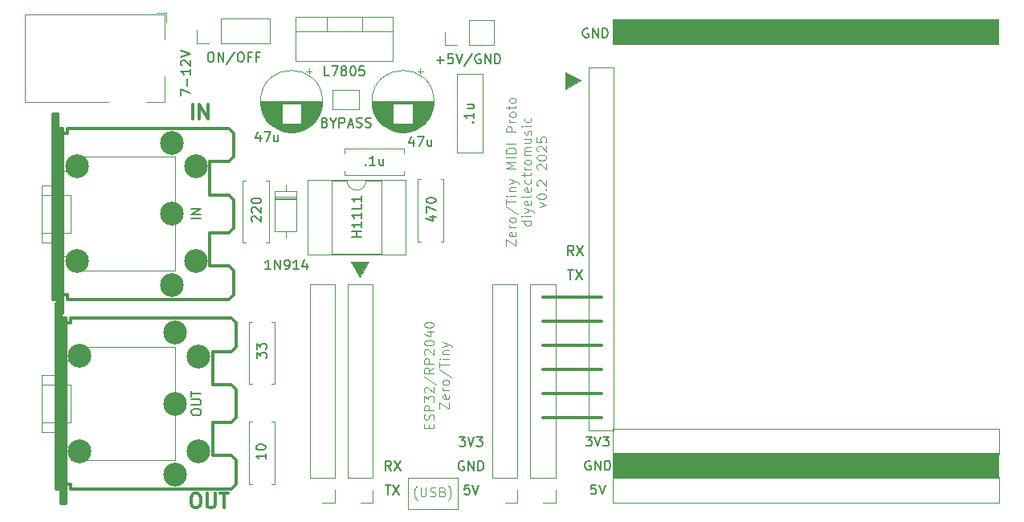
<source format=gbr>
%TF.GenerationSoftware,KiCad,Pcbnew,8.0.7*%
%TF.CreationDate,2025-03-14T17:48:09+00:00*%
%TF.ProjectId,WaveshareZeroMIDIProto,57617665-7368-4617-9265-5a65726f4d49,rev?*%
%TF.SameCoordinates,Original*%
%TF.FileFunction,Legend,Top*%
%TF.FilePolarity,Positive*%
%FSLAX46Y46*%
G04 Gerber Fmt 4.6, Leading zero omitted, Abs format (unit mm)*
G04 Created by KiCad (PCBNEW 8.0.7) date 2025-03-14 17:48:09*
%MOMM*%
%LPD*%
G01*
G04 APERTURE LIST*
%ADD10C,0.100000*%
%ADD11C,0.300000*%
%ADD12C,0.200000*%
%ADD13C,0.150000*%
%ADD14C,0.304800*%
%ADD15C,0.120000*%
%ADD16C,0.000000*%
%ADD17C,2.499360*%
G04 APERTURE END LIST*
D10*
X104975000Y-57250000D02*
X103350000Y-58175000D01*
X103350000Y-56350000D01*
X104975000Y-57250000D01*
G36*
X104975000Y-57250000D02*
G01*
X103350000Y-58175000D01*
X103350000Y-56350000D01*
X104975000Y-57250000D01*
G37*
D11*
X100990000Y-82615000D02*
X107150000Y-82615000D01*
D10*
X81725000Y-77950000D02*
X80800000Y-76325000D01*
X82625000Y-76325000D01*
X81725000Y-77950000D01*
G36*
X81725000Y-77950000D02*
G01*
X80800000Y-76325000D01*
X82625000Y-76325000D01*
X81725000Y-77950000D01*
G37*
D11*
X100990000Y-87695000D02*
X107150000Y-87695000D01*
X100990000Y-80075000D02*
X107150000Y-80075000D01*
X100990000Y-92775000D02*
X107150000Y-92775000D01*
X100990000Y-90235000D02*
X107150000Y-90235000D01*
X100990000Y-85155000D02*
X107150000Y-85155000D01*
D10*
X86750000Y-99150000D02*
X91990000Y-99150000D01*
X91990000Y-102425000D01*
X86750000Y-102425000D01*
X86750000Y-99150000D01*
X88973637Y-93896428D02*
X88973637Y-93563095D01*
X89497447Y-93420238D02*
X89497447Y-93896428D01*
X89497447Y-93896428D02*
X88497447Y-93896428D01*
X88497447Y-93896428D02*
X88497447Y-93420238D01*
X89449828Y-93039285D02*
X89497447Y-92896428D01*
X89497447Y-92896428D02*
X89497447Y-92658333D01*
X89497447Y-92658333D02*
X89449828Y-92563095D01*
X89449828Y-92563095D02*
X89402208Y-92515476D01*
X89402208Y-92515476D02*
X89306970Y-92467857D01*
X89306970Y-92467857D02*
X89211732Y-92467857D01*
X89211732Y-92467857D02*
X89116494Y-92515476D01*
X89116494Y-92515476D02*
X89068875Y-92563095D01*
X89068875Y-92563095D02*
X89021256Y-92658333D01*
X89021256Y-92658333D02*
X88973637Y-92848809D01*
X88973637Y-92848809D02*
X88926018Y-92944047D01*
X88926018Y-92944047D02*
X88878399Y-92991666D01*
X88878399Y-92991666D02*
X88783161Y-93039285D01*
X88783161Y-93039285D02*
X88687923Y-93039285D01*
X88687923Y-93039285D02*
X88592685Y-92991666D01*
X88592685Y-92991666D02*
X88545066Y-92944047D01*
X88545066Y-92944047D02*
X88497447Y-92848809D01*
X88497447Y-92848809D02*
X88497447Y-92610714D01*
X88497447Y-92610714D02*
X88545066Y-92467857D01*
X89497447Y-92039285D02*
X88497447Y-92039285D01*
X88497447Y-92039285D02*
X88497447Y-91658333D01*
X88497447Y-91658333D02*
X88545066Y-91563095D01*
X88545066Y-91563095D02*
X88592685Y-91515476D01*
X88592685Y-91515476D02*
X88687923Y-91467857D01*
X88687923Y-91467857D02*
X88830780Y-91467857D01*
X88830780Y-91467857D02*
X88926018Y-91515476D01*
X88926018Y-91515476D02*
X88973637Y-91563095D01*
X88973637Y-91563095D02*
X89021256Y-91658333D01*
X89021256Y-91658333D02*
X89021256Y-92039285D01*
X88497447Y-91134523D02*
X88497447Y-90515476D01*
X88497447Y-90515476D02*
X88878399Y-90848809D01*
X88878399Y-90848809D02*
X88878399Y-90705952D01*
X88878399Y-90705952D02*
X88926018Y-90610714D01*
X88926018Y-90610714D02*
X88973637Y-90563095D01*
X88973637Y-90563095D02*
X89068875Y-90515476D01*
X89068875Y-90515476D02*
X89306970Y-90515476D01*
X89306970Y-90515476D02*
X89402208Y-90563095D01*
X89402208Y-90563095D02*
X89449828Y-90610714D01*
X89449828Y-90610714D02*
X89497447Y-90705952D01*
X89497447Y-90705952D02*
X89497447Y-90991666D01*
X89497447Y-90991666D02*
X89449828Y-91086904D01*
X89449828Y-91086904D02*
X89402208Y-91134523D01*
X88592685Y-90134523D02*
X88545066Y-90086904D01*
X88545066Y-90086904D02*
X88497447Y-89991666D01*
X88497447Y-89991666D02*
X88497447Y-89753571D01*
X88497447Y-89753571D02*
X88545066Y-89658333D01*
X88545066Y-89658333D02*
X88592685Y-89610714D01*
X88592685Y-89610714D02*
X88687923Y-89563095D01*
X88687923Y-89563095D02*
X88783161Y-89563095D01*
X88783161Y-89563095D02*
X88926018Y-89610714D01*
X88926018Y-89610714D02*
X89497447Y-90182142D01*
X89497447Y-90182142D02*
X89497447Y-89563095D01*
X88449828Y-88420238D02*
X89735542Y-89277380D01*
X89497447Y-87515476D02*
X89021256Y-87848809D01*
X89497447Y-88086904D02*
X88497447Y-88086904D01*
X88497447Y-88086904D02*
X88497447Y-87705952D01*
X88497447Y-87705952D02*
X88545066Y-87610714D01*
X88545066Y-87610714D02*
X88592685Y-87563095D01*
X88592685Y-87563095D02*
X88687923Y-87515476D01*
X88687923Y-87515476D02*
X88830780Y-87515476D01*
X88830780Y-87515476D02*
X88926018Y-87563095D01*
X88926018Y-87563095D02*
X88973637Y-87610714D01*
X88973637Y-87610714D02*
X89021256Y-87705952D01*
X89021256Y-87705952D02*
X89021256Y-88086904D01*
X89497447Y-87086904D02*
X88497447Y-87086904D01*
X88497447Y-87086904D02*
X88497447Y-86705952D01*
X88497447Y-86705952D02*
X88545066Y-86610714D01*
X88545066Y-86610714D02*
X88592685Y-86563095D01*
X88592685Y-86563095D02*
X88687923Y-86515476D01*
X88687923Y-86515476D02*
X88830780Y-86515476D01*
X88830780Y-86515476D02*
X88926018Y-86563095D01*
X88926018Y-86563095D02*
X88973637Y-86610714D01*
X88973637Y-86610714D02*
X89021256Y-86705952D01*
X89021256Y-86705952D02*
X89021256Y-87086904D01*
X88592685Y-86134523D02*
X88545066Y-86086904D01*
X88545066Y-86086904D02*
X88497447Y-85991666D01*
X88497447Y-85991666D02*
X88497447Y-85753571D01*
X88497447Y-85753571D02*
X88545066Y-85658333D01*
X88545066Y-85658333D02*
X88592685Y-85610714D01*
X88592685Y-85610714D02*
X88687923Y-85563095D01*
X88687923Y-85563095D02*
X88783161Y-85563095D01*
X88783161Y-85563095D02*
X88926018Y-85610714D01*
X88926018Y-85610714D02*
X89497447Y-86182142D01*
X89497447Y-86182142D02*
X89497447Y-85563095D01*
X88497447Y-84944047D02*
X88497447Y-84848809D01*
X88497447Y-84848809D02*
X88545066Y-84753571D01*
X88545066Y-84753571D02*
X88592685Y-84705952D01*
X88592685Y-84705952D02*
X88687923Y-84658333D01*
X88687923Y-84658333D02*
X88878399Y-84610714D01*
X88878399Y-84610714D02*
X89116494Y-84610714D01*
X89116494Y-84610714D02*
X89306970Y-84658333D01*
X89306970Y-84658333D02*
X89402208Y-84705952D01*
X89402208Y-84705952D02*
X89449828Y-84753571D01*
X89449828Y-84753571D02*
X89497447Y-84848809D01*
X89497447Y-84848809D02*
X89497447Y-84944047D01*
X89497447Y-84944047D02*
X89449828Y-85039285D01*
X89449828Y-85039285D02*
X89402208Y-85086904D01*
X89402208Y-85086904D02*
X89306970Y-85134523D01*
X89306970Y-85134523D02*
X89116494Y-85182142D01*
X89116494Y-85182142D02*
X88878399Y-85182142D01*
X88878399Y-85182142D02*
X88687923Y-85134523D01*
X88687923Y-85134523D02*
X88592685Y-85086904D01*
X88592685Y-85086904D02*
X88545066Y-85039285D01*
X88545066Y-85039285D02*
X88497447Y-84944047D01*
X88830780Y-83753571D02*
X89497447Y-83753571D01*
X88449828Y-83991666D02*
X89164113Y-84229761D01*
X89164113Y-84229761D02*
X89164113Y-83610714D01*
X88497447Y-83039285D02*
X88497447Y-82944047D01*
X88497447Y-82944047D02*
X88545066Y-82848809D01*
X88545066Y-82848809D02*
X88592685Y-82801190D01*
X88592685Y-82801190D02*
X88687923Y-82753571D01*
X88687923Y-82753571D02*
X88878399Y-82705952D01*
X88878399Y-82705952D02*
X89116494Y-82705952D01*
X89116494Y-82705952D02*
X89306970Y-82753571D01*
X89306970Y-82753571D02*
X89402208Y-82801190D01*
X89402208Y-82801190D02*
X89449828Y-82848809D01*
X89449828Y-82848809D02*
X89497447Y-82944047D01*
X89497447Y-82944047D02*
X89497447Y-83039285D01*
X89497447Y-83039285D02*
X89449828Y-83134523D01*
X89449828Y-83134523D02*
X89402208Y-83182142D01*
X89402208Y-83182142D02*
X89306970Y-83229761D01*
X89306970Y-83229761D02*
X89116494Y-83277380D01*
X89116494Y-83277380D02*
X88878399Y-83277380D01*
X88878399Y-83277380D02*
X88687923Y-83229761D01*
X88687923Y-83229761D02*
X88592685Y-83182142D01*
X88592685Y-83182142D02*
X88545066Y-83134523D01*
X88545066Y-83134523D02*
X88497447Y-83039285D01*
X90107391Y-91824999D02*
X90107391Y-91158333D01*
X90107391Y-91158333D02*
X91107391Y-91824999D01*
X91107391Y-91824999D02*
X91107391Y-91158333D01*
X91059772Y-90396428D02*
X91107391Y-90491666D01*
X91107391Y-90491666D02*
X91107391Y-90682142D01*
X91107391Y-90682142D02*
X91059772Y-90777380D01*
X91059772Y-90777380D02*
X90964533Y-90824999D01*
X90964533Y-90824999D02*
X90583581Y-90824999D01*
X90583581Y-90824999D02*
X90488343Y-90777380D01*
X90488343Y-90777380D02*
X90440724Y-90682142D01*
X90440724Y-90682142D02*
X90440724Y-90491666D01*
X90440724Y-90491666D02*
X90488343Y-90396428D01*
X90488343Y-90396428D02*
X90583581Y-90348809D01*
X90583581Y-90348809D02*
X90678819Y-90348809D01*
X90678819Y-90348809D02*
X90774057Y-90824999D01*
X91107391Y-89920237D02*
X90440724Y-89920237D01*
X90631200Y-89920237D02*
X90535962Y-89872618D01*
X90535962Y-89872618D02*
X90488343Y-89824999D01*
X90488343Y-89824999D02*
X90440724Y-89729761D01*
X90440724Y-89729761D02*
X90440724Y-89634523D01*
X91107391Y-89158332D02*
X91059772Y-89253570D01*
X91059772Y-89253570D02*
X91012152Y-89301189D01*
X91012152Y-89301189D02*
X90916914Y-89348808D01*
X90916914Y-89348808D02*
X90631200Y-89348808D01*
X90631200Y-89348808D02*
X90535962Y-89301189D01*
X90535962Y-89301189D02*
X90488343Y-89253570D01*
X90488343Y-89253570D02*
X90440724Y-89158332D01*
X90440724Y-89158332D02*
X90440724Y-89015475D01*
X90440724Y-89015475D02*
X90488343Y-88920237D01*
X90488343Y-88920237D02*
X90535962Y-88872618D01*
X90535962Y-88872618D02*
X90631200Y-88824999D01*
X90631200Y-88824999D02*
X90916914Y-88824999D01*
X90916914Y-88824999D02*
X91012152Y-88872618D01*
X91012152Y-88872618D02*
X91059772Y-88920237D01*
X91059772Y-88920237D02*
X91107391Y-89015475D01*
X91107391Y-89015475D02*
X91107391Y-89158332D01*
X90059772Y-87682142D02*
X91345486Y-88539284D01*
X90107391Y-87491665D02*
X90107391Y-86920237D01*
X91107391Y-87205951D02*
X90107391Y-87205951D01*
X91107391Y-86586903D02*
X90440724Y-86586903D01*
X90107391Y-86586903D02*
X90155010Y-86634522D01*
X90155010Y-86634522D02*
X90202629Y-86586903D01*
X90202629Y-86586903D02*
X90155010Y-86539284D01*
X90155010Y-86539284D02*
X90107391Y-86586903D01*
X90107391Y-86586903D02*
X90202629Y-86586903D01*
X90440724Y-86110713D02*
X91107391Y-86110713D01*
X90535962Y-86110713D02*
X90488343Y-86063094D01*
X90488343Y-86063094D02*
X90440724Y-85967856D01*
X90440724Y-85967856D02*
X90440724Y-85824999D01*
X90440724Y-85824999D02*
X90488343Y-85729761D01*
X90488343Y-85729761D02*
X90583581Y-85682142D01*
X90583581Y-85682142D02*
X91107391Y-85682142D01*
X90440724Y-85301189D02*
X91107391Y-85063094D01*
X90440724Y-84824999D02*
X91107391Y-85063094D01*
X91107391Y-85063094D02*
X91345486Y-85158332D01*
X91345486Y-85158332D02*
X91393105Y-85205951D01*
X91393105Y-85205951D02*
X91440724Y-85301189D01*
X87727142Y-101488371D02*
X87679523Y-101440752D01*
X87679523Y-101440752D02*
X87584285Y-101297895D01*
X87584285Y-101297895D02*
X87536666Y-101202657D01*
X87536666Y-101202657D02*
X87489047Y-101059800D01*
X87489047Y-101059800D02*
X87441428Y-100821704D01*
X87441428Y-100821704D02*
X87441428Y-100631228D01*
X87441428Y-100631228D02*
X87489047Y-100393133D01*
X87489047Y-100393133D02*
X87536666Y-100250276D01*
X87536666Y-100250276D02*
X87584285Y-100155038D01*
X87584285Y-100155038D02*
X87679523Y-100012180D01*
X87679523Y-100012180D02*
X87727142Y-99964561D01*
X88108095Y-100107419D02*
X88108095Y-100916942D01*
X88108095Y-100916942D02*
X88155714Y-101012180D01*
X88155714Y-101012180D02*
X88203333Y-101059800D01*
X88203333Y-101059800D02*
X88298571Y-101107419D01*
X88298571Y-101107419D02*
X88489047Y-101107419D01*
X88489047Y-101107419D02*
X88584285Y-101059800D01*
X88584285Y-101059800D02*
X88631904Y-101012180D01*
X88631904Y-101012180D02*
X88679523Y-100916942D01*
X88679523Y-100916942D02*
X88679523Y-100107419D01*
X89108095Y-101059800D02*
X89250952Y-101107419D01*
X89250952Y-101107419D02*
X89489047Y-101107419D01*
X89489047Y-101107419D02*
X89584285Y-101059800D01*
X89584285Y-101059800D02*
X89631904Y-101012180D01*
X89631904Y-101012180D02*
X89679523Y-100916942D01*
X89679523Y-100916942D02*
X89679523Y-100821704D01*
X89679523Y-100821704D02*
X89631904Y-100726466D01*
X89631904Y-100726466D02*
X89584285Y-100678847D01*
X89584285Y-100678847D02*
X89489047Y-100631228D01*
X89489047Y-100631228D02*
X89298571Y-100583609D01*
X89298571Y-100583609D02*
X89203333Y-100535990D01*
X89203333Y-100535990D02*
X89155714Y-100488371D01*
X89155714Y-100488371D02*
X89108095Y-100393133D01*
X89108095Y-100393133D02*
X89108095Y-100297895D01*
X89108095Y-100297895D02*
X89155714Y-100202657D01*
X89155714Y-100202657D02*
X89203333Y-100155038D01*
X89203333Y-100155038D02*
X89298571Y-100107419D01*
X89298571Y-100107419D02*
X89536666Y-100107419D01*
X89536666Y-100107419D02*
X89679523Y-100155038D01*
X90441428Y-100583609D02*
X90584285Y-100631228D01*
X90584285Y-100631228D02*
X90631904Y-100678847D01*
X90631904Y-100678847D02*
X90679523Y-100774085D01*
X90679523Y-100774085D02*
X90679523Y-100916942D01*
X90679523Y-100916942D02*
X90631904Y-101012180D01*
X90631904Y-101012180D02*
X90584285Y-101059800D01*
X90584285Y-101059800D02*
X90489047Y-101107419D01*
X90489047Y-101107419D02*
X90108095Y-101107419D01*
X90108095Y-101107419D02*
X90108095Y-100107419D01*
X90108095Y-100107419D02*
X90441428Y-100107419D01*
X90441428Y-100107419D02*
X90536666Y-100155038D01*
X90536666Y-100155038D02*
X90584285Y-100202657D01*
X90584285Y-100202657D02*
X90631904Y-100297895D01*
X90631904Y-100297895D02*
X90631904Y-100393133D01*
X90631904Y-100393133D02*
X90584285Y-100488371D01*
X90584285Y-100488371D02*
X90536666Y-100535990D01*
X90536666Y-100535990D02*
X90441428Y-100583609D01*
X90441428Y-100583609D02*
X90108095Y-100583609D01*
X91012857Y-101488371D02*
X91060476Y-101440752D01*
X91060476Y-101440752D02*
X91155714Y-101297895D01*
X91155714Y-101297895D02*
X91203333Y-101202657D01*
X91203333Y-101202657D02*
X91250952Y-101059800D01*
X91250952Y-101059800D02*
X91298571Y-100821704D01*
X91298571Y-100821704D02*
X91298571Y-100631228D01*
X91298571Y-100631228D02*
X91250952Y-100393133D01*
X91250952Y-100393133D02*
X91203333Y-100250276D01*
X91203333Y-100250276D02*
X91155714Y-100155038D01*
X91155714Y-100155038D02*
X91060476Y-100012180D01*
X91060476Y-100012180D02*
X91012857Y-99964561D01*
D12*
X89791667Y-55071266D02*
X90553572Y-55071266D01*
X90172619Y-55452219D02*
X90172619Y-54690314D01*
X91505952Y-54452219D02*
X91029762Y-54452219D01*
X91029762Y-54452219D02*
X90982143Y-54928409D01*
X90982143Y-54928409D02*
X91029762Y-54880790D01*
X91029762Y-54880790D02*
X91125000Y-54833171D01*
X91125000Y-54833171D02*
X91363095Y-54833171D01*
X91363095Y-54833171D02*
X91458333Y-54880790D01*
X91458333Y-54880790D02*
X91505952Y-54928409D01*
X91505952Y-54928409D02*
X91553571Y-55023647D01*
X91553571Y-55023647D02*
X91553571Y-55261742D01*
X91553571Y-55261742D02*
X91505952Y-55356980D01*
X91505952Y-55356980D02*
X91458333Y-55404600D01*
X91458333Y-55404600D02*
X91363095Y-55452219D01*
X91363095Y-55452219D02*
X91125000Y-55452219D01*
X91125000Y-55452219D02*
X91029762Y-55404600D01*
X91029762Y-55404600D02*
X90982143Y-55356980D01*
X91839286Y-54452219D02*
X92172619Y-55452219D01*
X92172619Y-55452219D02*
X92505952Y-54452219D01*
X93553571Y-54404600D02*
X92696429Y-55690314D01*
X94410714Y-54499838D02*
X94315476Y-54452219D01*
X94315476Y-54452219D02*
X94172619Y-54452219D01*
X94172619Y-54452219D02*
X94029762Y-54499838D01*
X94029762Y-54499838D02*
X93934524Y-54595076D01*
X93934524Y-54595076D02*
X93886905Y-54690314D01*
X93886905Y-54690314D02*
X93839286Y-54880790D01*
X93839286Y-54880790D02*
X93839286Y-55023647D01*
X93839286Y-55023647D02*
X93886905Y-55214123D01*
X93886905Y-55214123D02*
X93934524Y-55309361D01*
X93934524Y-55309361D02*
X94029762Y-55404600D01*
X94029762Y-55404600D02*
X94172619Y-55452219D01*
X94172619Y-55452219D02*
X94267857Y-55452219D01*
X94267857Y-55452219D02*
X94410714Y-55404600D01*
X94410714Y-55404600D02*
X94458333Y-55356980D01*
X94458333Y-55356980D02*
X94458333Y-55023647D01*
X94458333Y-55023647D02*
X94267857Y-55023647D01*
X94886905Y-55452219D02*
X94886905Y-54452219D01*
X94886905Y-54452219D02*
X95458333Y-55452219D01*
X95458333Y-55452219D02*
X95458333Y-54452219D01*
X95934524Y-55452219D02*
X95934524Y-54452219D01*
X95934524Y-54452219D02*
X96172619Y-54452219D01*
X96172619Y-54452219D02*
X96315476Y-54499838D01*
X96315476Y-54499838D02*
X96410714Y-54595076D01*
X96410714Y-54595076D02*
X96458333Y-54690314D01*
X96458333Y-54690314D02*
X96505952Y-54880790D01*
X96505952Y-54880790D02*
X96505952Y-55023647D01*
X96505952Y-55023647D02*
X96458333Y-55214123D01*
X96458333Y-55214123D02*
X96410714Y-55309361D01*
X96410714Y-55309361D02*
X96315476Y-55404600D01*
X96315476Y-55404600D02*
X96172619Y-55452219D01*
X96172619Y-55452219D02*
X95934524Y-55452219D01*
D13*
X84998333Y-98369819D02*
X84665000Y-97893628D01*
X84426905Y-98369819D02*
X84426905Y-97369819D01*
X84426905Y-97369819D02*
X84807857Y-97369819D01*
X84807857Y-97369819D02*
X84903095Y-97417438D01*
X84903095Y-97417438D02*
X84950714Y-97465057D01*
X84950714Y-97465057D02*
X84998333Y-97560295D01*
X84998333Y-97560295D02*
X84998333Y-97703152D01*
X84998333Y-97703152D02*
X84950714Y-97798390D01*
X84950714Y-97798390D02*
X84903095Y-97846009D01*
X84903095Y-97846009D02*
X84807857Y-97893628D01*
X84807857Y-97893628D02*
X84426905Y-97893628D01*
X85331667Y-97369819D02*
X85998333Y-98369819D01*
X85998333Y-97369819D02*
X85331667Y-98369819D01*
D10*
X97147475Y-74659523D02*
X97147475Y-73992857D01*
X97147475Y-73992857D02*
X98147475Y-74659523D01*
X98147475Y-74659523D02*
X98147475Y-73992857D01*
X98099856Y-73230952D02*
X98147475Y-73326190D01*
X98147475Y-73326190D02*
X98147475Y-73516666D01*
X98147475Y-73516666D02*
X98099856Y-73611904D01*
X98099856Y-73611904D02*
X98004617Y-73659523D01*
X98004617Y-73659523D02*
X97623665Y-73659523D01*
X97623665Y-73659523D02*
X97528427Y-73611904D01*
X97528427Y-73611904D02*
X97480808Y-73516666D01*
X97480808Y-73516666D02*
X97480808Y-73326190D01*
X97480808Y-73326190D02*
X97528427Y-73230952D01*
X97528427Y-73230952D02*
X97623665Y-73183333D01*
X97623665Y-73183333D02*
X97718903Y-73183333D01*
X97718903Y-73183333D02*
X97814141Y-73659523D01*
X98147475Y-72754761D02*
X97480808Y-72754761D01*
X97671284Y-72754761D02*
X97576046Y-72707142D01*
X97576046Y-72707142D02*
X97528427Y-72659523D01*
X97528427Y-72659523D02*
X97480808Y-72564285D01*
X97480808Y-72564285D02*
X97480808Y-72469047D01*
X98147475Y-71992856D02*
X98099856Y-72088094D01*
X98099856Y-72088094D02*
X98052236Y-72135713D01*
X98052236Y-72135713D02*
X97956998Y-72183332D01*
X97956998Y-72183332D02*
X97671284Y-72183332D01*
X97671284Y-72183332D02*
X97576046Y-72135713D01*
X97576046Y-72135713D02*
X97528427Y-72088094D01*
X97528427Y-72088094D02*
X97480808Y-71992856D01*
X97480808Y-71992856D02*
X97480808Y-71849999D01*
X97480808Y-71849999D02*
X97528427Y-71754761D01*
X97528427Y-71754761D02*
X97576046Y-71707142D01*
X97576046Y-71707142D02*
X97671284Y-71659523D01*
X97671284Y-71659523D02*
X97956998Y-71659523D01*
X97956998Y-71659523D02*
X98052236Y-71707142D01*
X98052236Y-71707142D02*
X98099856Y-71754761D01*
X98099856Y-71754761D02*
X98147475Y-71849999D01*
X98147475Y-71849999D02*
X98147475Y-71992856D01*
X97099856Y-70516666D02*
X98385570Y-71373808D01*
X97147475Y-70326189D02*
X97147475Y-69754761D01*
X98147475Y-70040475D02*
X97147475Y-70040475D01*
X98147475Y-69421427D02*
X97480808Y-69421427D01*
X97147475Y-69421427D02*
X97195094Y-69469046D01*
X97195094Y-69469046D02*
X97242713Y-69421427D01*
X97242713Y-69421427D02*
X97195094Y-69373808D01*
X97195094Y-69373808D02*
X97147475Y-69421427D01*
X97147475Y-69421427D02*
X97242713Y-69421427D01*
X97480808Y-68945237D02*
X98147475Y-68945237D01*
X97576046Y-68945237D02*
X97528427Y-68897618D01*
X97528427Y-68897618D02*
X97480808Y-68802380D01*
X97480808Y-68802380D02*
X97480808Y-68659523D01*
X97480808Y-68659523D02*
X97528427Y-68564285D01*
X97528427Y-68564285D02*
X97623665Y-68516666D01*
X97623665Y-68516666D02*
X98147475Y-68516666D01*
X97480808Y-68135713D02*
X98147475Y-67897618D01*
X97480808Y-67659523D02*
X98147475Y-67897618D01*
X98147475Y-67897618D02*
X98385570Y-67992856D01*
X98385570Y-67992856D02*
X98433189Y-68040475D01*
X98433189Y-68040475D02*
X98480808Y-68135713D01*
X98147475Y-66516665D02*
X97147475Y-66516665D01*
X97147475Y-66516665D02*
X97861760Y-66183332D01*
X97861760Y-66183332D02*
X97147475Y-65849999D01*
X97147475Y-65849999D02*
X98147475Y-65849999D01*
X98147475Y-65373808D02*
X97147475Y-65373808D01*
X98147475Y-64897618D02*
X97147475Y-64897618D01*
X97147475Y-64897618D02*
X97147475Y-64659523D01*
X97147475Y-64659523D02*
X97195094Y-64516666D01*
X97195094Y-64516666D02*
X97290332Y-64421428D01*
X97290332Y-64421428D02*
X97385570Y-64373809D01*
X97385570Y-64373809D02*
X97576046Y-64326190D01*
X97576046Y-64326190D02*
X97718903Y-64326190D01*
X97718903Y-64326190D02*
X97909379Y-64373809D01*
X97909379Y-64373809D02*
X98004617Y-64421428D01*
X98004617Y-64421428D02*
X98099856Y-64516666D01*
X98099856Y-64516666D02*
X98147475Y-64659523D01*
X98147475Y-64659523D02*
X98147475Y-64897618D01*
X98147475Y-63897618D02*
X97147475Y-63897618D01*
X98147475Y-62659523D02*
X97147475Y-62659523D01*
X97147475Y-62659523D02*
X97147475Y-62278571D01*
X97147475Y-62278571D02*
X97195094Y-62183333D01*
X97195094Y-62183333D02*
X97242713Y-62135714D01*
X97242713Y-62135714D02*
X97337951Y-62088095D01*
X97337951Y-62088095D02*
X97480808Y-62088095D01*
X97480808Y-62088095D02*
X97576046Y-62135714D01*
X97576046Y-62135714D02*
X97623665Y-62183333D01*
X97623665Y-62183333D02*
X97671284Y-62278571D01*
X97671284Y-62278571D02*
X97671284Y-62659523D01*
X98147475Y-61659523D02*
X97480808Y-61659523D01*
X97671284Y-61659523D02*
X97576046Y-61611904D01*
X97576046Y-61611904D02*
X97528427Y-61564285D01*
X97528427Y-61564285D02*
X97480808Y-61469047D01*
X97480808Y-61469047D02*
X97480808Y-61373809D01*
X98147475Y-60897618D02*
X98099856Y-60992856D01*
X98099856Y-60992856D02*
X98052236Y-61040475D01*
X98052236Y-61040475D02*
X97956998Y-61088094D01*
X97956998Y-61088094D02*
X97671284Y-61088094D01*
X97671284Y-61088094D02*
X97576046Y-61040475D01*
X97576046Y-61040475D02*
X97528427Y-60992856D01*
X97528427Y-60992856D02*
X97480808Y-60897618D01*
X97480808Y-60897618D02*
X97480808Y-60754761D01*
X97480808Y-60754761D02*
X97528427Y-60659523D01*
X97528427Y-60659523D02*
X97576046Y-60611904D01*
X97576046Y-60611904D02*
X97671284Y-60564285D01*
X97671284Y-60564285D02*
X97956998Y-60564285D01*
X97956998Y-60564285D02*
X98052236Y-60611904D01*
X98052236Y-60611904D02*
X98099856Y-60659523D01*
X98099856Y-60659523D02*
X98147475Y-60754761D01*
X98147475Y-60754761D02*
X98147475Y-60897618D01*
X97480808Y-60278570D02*
X97480808Y-59897618D01*
X97147475Y-60135713D02*
X98004617Y-60135713D01*
X98004617Y-60135713D02*
X98099856Y-60088094D01*
X98099856Y-60088094D02*
X98147475Y-59992856D01*
X98147475Y-59992856D02*
X98147475Y-59897618D01*
X98147475Y-59421427D02*
X98099856Y-59516665D01*
X98099856Y-59516665D02*
X98052236Y-59564284D01*
X98052236Y-59564284D02*
X97956998Y-59611903D01*
X97956998Y-59611903D02*
X97671284Y-59611903D01*
X97671284Y-59611903D02*
X97576046Y-59564284D01*
X97576046Y-59564284D02*
X97528427Y-59516665D01*
X97528427Y-59516665D02*
X97480808Y-59421427D01*
X97480808Y-59421427D02*
X97480808Y-59278570D01*
X97480808Y-59278570D02*
X97528427Y-59183332D01*
X97528427Y-59183332D02*
X97576046Y-59135713D01*
X97576046Y-59135713D02*
X97671284Y-59088094D01*
X97671284Y-59088094D02*
X97956998Y-59088094D01*
X97956998Y-59088094D02*
X98052236Y-59135713D01*
X98052236Y-59135713D02*
X98099856Y-59183332D01*
X98099856Y-59183332D02*
X98147475Y-59278570D01*
X98147475Y-59278570D02*
X98147475Y-59421427D01*
X99757419Y-72040476D02*
X98757419Y-72040476D01*
X99709800Y-72040476D02*
X99757419Y-72135714D01*
X99757419Y-72135714D02*
X99757419Y-72326190D01*
X99757419Y-72326190D02*
X99709800Y-72421428D01*
X99709800Y-72421428D02*
X99662180Y-72469047D01*
X99662180Y-72469047D02*
X99566942Y-72516666D01*
X99566942Y-72516666D02*
X99281228Y-72516666D01*
X99281228Y-72516666D02*
X99185990Y-72469047D01*
X99185990Y-72469047D02*
X99138371Y-72421428D01*
X99138371Y-72421428D02*
X99090752Y-72326190D01*
X99090752Y-72326190D02*
X99090752Y-72135714D01*
X99090752Y-72135714D02*
X99138371Y-72040476D01*
X99757419Y-71564285D02*
X99090752Y-71564285D01*
X98757419Y-71564285D02*
X98805038Y-71611904D01*
X98805038Y-71611904D02*
X98852657Y-71564285D01*
X98852657Y-71564285D02*
X98805038Y-71516666D01*
X98805038Y-71516666D02*
X98757419Y-71564285D01*
X98757419Y-71564285D02*
X98852657Y-71564285D01*
X99090752Y-71183333D02*
X99757419Y-70945238D01*
X99090752Y-70707143D02*
X99757419Y-70945238D01*
X99757419Y-70945238D02*
X99995514Y-71040476D01*
X99995514Y-71040476D02*
X100043133Y-71088095D01*
X100043133Y-71088095D02*
X100090752Y-71183333D01*
X99709800Y-69945238D02*
X99757419Y-70040476D01*
X99757419Y-70040476D02*
X99757419Y-70230952D01*
X99757419Y-70230952D02*
X99709800Y-70326190D01*
X99709800Y-70326190D02*
X99614561Y-70373809D01*
X99614561Y-70373809D02*
X99233609Y-70373809D01*
X99233609Y-70373809D02*
X99138371Y-70326190D01*
X99138371Y-70326190D02*
X99090752Y-70230952D01*
X99090752Y-70230952D02*
X99090752Y-70040476D01*
X99090752Y-70040476D02*
X99138371Y-69945238D01*
X99138371Y-69945238D02*
X99233609Y-69897619D01*
X99233609Y-69897619D02*
X99328847Y-69897619D01*
X99328847Y-69897619D02*
X99424085Y-70373809D01*
X99757419Y-69326190D02*
X99709800Y-69421428D01*
X99709800Y-69421428D02*
X99614561Y-69469047D01*
X99614561Y-69469047D02*
X98757419Y-69469047D01*
X99709800Y-68564285D02*
X99757419Y-68659523D01*
X99757419Y-68659523D02*
X99757419Y-68849999D01*
X99757419Y-68849999D02*
X99709800Y-68945237D01*
X99709800Y-68945237D02*
X99614561Y-68992856D01*
X99614561Y-68992856D02*
X99233609Y-68992856D01*
X99233609Y-68992856D02*
X99138371Y-68945237D01*
X99138371Y-68945237D02*
X99090752Y-68849999D01*
X99090752Y-68849999D02*
X99090752Y-68659523D01*
X99090752Y-68659523D02*
X99138371Y-68564285D01*
X99138371Y-68564285D02*
X99233609Y-68516666D01*
X99233609Y-68516666D02*
X99328847Y-68516666D01*
X99328847Y-68516666D02*
X99424085Y-68992856D01*
X99709800Y-67659523D02*
X99757419Y-67754761D01*
X99757419Y-67754761D02*
X99757419Y-67945237D01*
X99757419Y-67945237D02*
X99709800Y-68040475D01*
X99709800Y-68040475D02*
X99662180Y-68088094D01*
X99662180Y-68088094D02*
X99566942Y-68135713D01*
X99566942Y-68135713D02*
X99281228Y-68135713D01*
X99281228Y-68135713D02*
X99185990Y-68088094D01*
X99185990Y-68088094D02*
X99138371Y-68040475D01*
X99138371Y-68040475D02*
X99090752Y-67945237D01*
X99090752Y-67945237D02*
X99090752Y-67754761D01*
X99090752Y-67754761D02*
X99138371Y-67659523D01*
X99090752Y-67373808D02*
X99090752Y-66992856D01*
X98757419Y-67230951D02*
X99614561Y-67230951D01*
X99614561Y-67230951D02*
X99709800Y-67183332D01*
X99709800Y-67183332D02*
X99757419Y-67088094D01*
X99757419Y-67088094D02*
X99757419Y-66992856D01*
X99757419Y-66659522D02*
X99090752Y-66659522D01*
X99281228Y-66659522D02*
X99185990Y-66611903D01*
X99185990Y-66611903D02*
X99138371Y-66564284D01*
X99138371Y-66564284D02*
X99090752Y-66469046D01*
X99090752Y-66469046D02*
X99090752Y-66373808D01*
X99757419Y-65897617D02*
X99709800Y-65992855D01*
X99709800Y-65992855D02*
X99662180Y-66040474D01*
X99662180Y-66040474D02*
X99566942Y-66088093D01*
X99566942Y-66088093D02*
X99281228Y-66088093D01*
X99281228Y-66088093D02*
X99185990Y-66040474D01*
X99185990Y-66040474D02*
X99138371Y-65992855D01*
X99138371Y-65992855D02*
X99090752Y-65897617D01*
X99090752Y-65897617D02*
X99090752Y-65754760D01*
X99090752Y-65754760D02*
X99138371Y-65659522D01*
X99138371Y-65659522D02*
X99185990Y-65611903D01*
X99185990Y-65611903D02*
X99281228Y-65564284D01*
X99281228Y-65564284D02*
X99566942Y-65564284D01*
X99566942Y-65564284D02*
X99662180Y-65611903D01*
X99662180Y-65611903D02*
X99709800Y-65659522D01*
X99709800Y-65659522D02*
X99757419Y-65754760D01*
X99757419Y-65754760D02*
X99757419Y-65897617D01*
X99757419Y-65135712D02*
X99090752Y-65135712D01*
X99185990Y-65135712D02*
X99138371Y-65088093D01*
X99138371Y-65088093D02*
X99090752Y-64992855D01*
X99090752Y-64992855D02*
X99090752Y-64849998D01*
X99090752Y-64849998D02*
X99138371Y-64754760D01*
X99138371Y-64754760D02*
X99233609Y-64707141D01*
X99233609Y-64707141D02*
X99757419Y-64707141D01*
X99233609Y-64707141D02*
X99138371Y-64659522D01*
X99138371Y-64659522D02*
X99090752Y-64564284D01*
X99090752Y-64564284D02*
X99090752Y-64421427D01*
X99090752Y-64421427D02*
X99138371Y-64326188D01*
X99138371Y-64326188D02*
X99233609Y-64278569D01*
X99233609Y-64278569D02*
X99757419Y-64278569D01*
X99090752Y-63373808D02*
X99757419Y-63373808D01*
X99090752Y-63802379D02*
X99614561Y-63802379D01*
X99614561Y-63802379D02*
X99709800Y-63754760D01*
X99709800Y-63754760D02*
X99757419Y-63659522D01*
X99757419Y-63659522D02*
X99757419Y-63516665D01*
X99757419Y-63516665D02*
X99709800Y-63421427D01*
X99709800Y-63421427D02*
X99662180Y-63373808D01*
X99709800Y-62945236D02*
X99757419Y-62849998D01*
X99757419Y-62849998D02*
X99757419Y-62659522D01*
X99757419Y-62659522D02*
X99709800Y-62564284D01*
X99709800Y-62564284D02*
X99614561Y-62516665D01*
X99614561Y-62516665D02*
X99566942Y-62516665D01*
X99566942Y-62516665D02*
X99471704Y-62564284D01*
X99471704Y-62564284D02*
X99424085Y-62659522D01*
X99424085Y-62659522D02*
X99424085Y-62802379D01*
X99424085Y-62802379D02*
X99376466Y-62897617D01*
X99376466Y-62897617D02*
X99281228Y-62945236D01*
X99281228Y-62945236D02*
X99233609Y-62945236D01*
X99233609Y-62945236D02*
X99138371Y-62897617D01*
X99138371Y-62897617D02*
X99090752Y-62802379D01*
X99090752Y-62802379D02*
X99090752Y-62659522D01*
X99090752Y-62659522D02*
X99138371Y-62564284D01*
X99757419Y-62088093D02*
X99090752Y-62088093D01*
X98757419Y-62088093D02*
X98805038Y-62135712D01*
X98805038Y-62135712D02*
X98852657Y-62088093D01*
X98852657Y-62088093D02*
X98805038Y-62040474D01*
X98805038Y-62040474D02*
X98757419Y-62088093D01*
X98757419Y-62088093D02*
X98852657Y-62088093D01*
X99709800Y-61183332D02*
X99757419Y-61278570D01*
X99757419Y-61278570D02*
X99757419Y-61469046D01*
X99757419Y-61469046D02*
X99709800Y-61564284D01*
X99709800Y-61564284D02*
X99662180Y-61611903D01*
X99662180Y-61611903D02*
X99566942Y-61659522D01*
X99566942Y-61659522D02*
X99281228Y-61659522D01*
X99281228Y-61659522D02*
X99185990Y-61611903D01*
X99185990Y-61611903D02*
X99138371Y-61564284D01*
X99138371Y-61564284D02*
X99090752Y-61469046D01*
X99090752Y-61469046D02*
X99090752Y-61278570D01*
X99090752Y-61278570D02*
X99138371Y-61183332D01*
X100700696Y-70564285D02*
X101367363Y-70326190D01*
X101367363Y-70326190D02*
X100700696Y-70088095D01*
X100367363Y-69516666D02*
X100367363Y-69421428D01*
X100367363Y-69421428D02*
X100414982Y-69326190D01*
X100414982Y-69326190D02*
X100462601Y-69278571D01*
X100462601Y-69278571D02*
X100557839Y-69230952D01*
X100557839Y-69230952D02*
X100748315Y-69183333D01*
X100748315Y-69183333D02*
X100986410Y-69183333D01*
X100986410Y-69183333D02*
X101176886Y-69230952D01*
X101176886Y-69230952D02*
X101272124Y-69278571D01*
X101272124Y-69278571D02*
X101319744Y-69326190D01*
X101319744Y-69326190D02*
X101367363Y-69421428D01*
X101367363Y-69421428D02*
X101367363Y-69516666D01*
X101367363Y-69516666D02*
X101319744Y-69611904D01*
X101319744Y-69611904D02*
X101272124Y-69659523D01*
X101272124Y-69659523D02*
X101176886Y-69707142D01*
X101176886Y-69707142D02*
X100986410Y-69754761D01*
X100986410Y-69754761D02*
X100748315Y-69754761D01*
X100748315Y-69754761D02*
X100557839Y-69707142D01*
X100557839Y-69707142D02*
X100462601Y-69659523D01*
X100462601Y-69659523D02*
X100414982Y-69611904D01*
X100414982Y-69611904D02*
X100367363Y-69516666D01*
X101272124Y-68754761D02*
X101319744Y-68707142D01*
X101319744Y-68707142D02*
X101367363Y-68754761D01*
X101367363Y-68754761D02*
X101319744Y-68802380D01*
X101319744Y-68802380D02*
X101272124Y-68754761D01*
X101272124Y-68754761D02*
X101367363Y-68754761D01*
X100462601Y-68326190D02*
X100414982Y-68278571D01*
X100414982Y-68278571D02*
X100367363Y-68183333D01*
X100367363Y-68183333D02*
X100367363Y-67945238D01*
X100367363Y-67945238D02*
X100414982Y-67850000D01*
X100414982Y-67850000D02*
X100462601Y-67802381D01*
X100462601Y-67802381D02*
X100557839Y-67754762D01*
X100557839Y-67754762D02*
X100653077Y-67754762D01*
X100653077Y-67754762D02*
X100795934Y-67802381D01*
X100795934Y-67802381D02*
X101367363Y-68373809D01*
X101367363Y-68373809D02*
X101367363Y-67754762D01*
X100462601Y-66611904D02*
X100414982Y-66564285D01*
X100414982Y-66564285D02*
X100367363Y-66469047D01*
X100367363Y-66469047D02*
X100367363Y-66230952D01*
X100367363Y-66230952D02*
X100414982Y-66135714D01*
X100414982Y-66135714D02*
X100462601Y-66088095D01*
X100462601Y-66088095D02*
X100557839Y-66040476D01*
X100557839Y-66040476D02*
X100653077Y-66040476D01*
X100653077Y-66040476D02*
X100795934Y-66088095D01*
X100795934Y-66088095D02*
X101367363Y-66659523D01*
X101367363Y-66659523D02*
X101367363Y-66040476D01*
X100367363Y-65421428D02*
X100367363Y-65326190D01*
X100367363Y-65326190D02*
X100414982Y-65230952D01*
X100414982Y-65230952D02*
X100462601Y-65183333D01*
X100462601Y-65183333D02*
X100557839Y-65135714D01*
X100557839Y-65135714D02*
X100748315Y-65088095D01*
X100748315Y-65088095D02*
X100986410Y-65088095D01*
X100986410Y-65088095D02*
X101176886Y-65135714D01*
X101176886Y-65135714D02*
X101272124Y-65183333D01*
X101272124Y-65183333D02*
X101319744Y-65230952D01*
X101319744Y-65230952D02*
X101367363Y-65326190D01*
X101367363Y-65326190D02*
X101367363Y-65421428D01*
X101367363Y-65421428D02*
X101319744Y-65516666D01*
X101319744Y-65516666D02*
X101272124Y-65564285D01*
X101272124Y-65564285D02*
X101176886Y-65611904D01*
X101176886Y-65611904D02*
X100986410Y-65659523D01*
X100986410Y-65659523D02*
X100748315Y-65659523D01*
X100748315Y-65659523D02*
X100557839Y-65611904D01*
X100557839Y-65611904D02*
X100462601Y-65564285D01*
X100462601Y-65564285D02*
X100414982Y-65516666D01*
X100414982Y-65516666D02*
X100367363Y-65421428D01*
X100462601Y-64707142D02*
X100414982Y-64659523D01*
X100414982Y-64659523D02*
X100367363Y-64564285D01*
X100367363Y-64564285D02*
X100367363Y-64326190D01*
X100367363Y-64326190D02*
X100414982Y-64230952D01*
X100414982Y-64230952D02*
X100462601Y-64183333D01*
X100462601Y-64183333D02*
X100557839Y-64135714D01*
X100557839Y-64135714D02*
X100653077Y-64135714D01*
X100653077Y-64135714D02*
X100795934Y-64183333D01*
X100795934Y-64183333D02*
X101367363Y-64754761D01*
X101367363Y-64754761D02*
X101367363Y-64135714D01*
X100367363Y-63230952D02*
X100367363Y-63707142D01*
X100367363Y-63707142D02*
X100843553Y-63754761D01*
X100843553Y-63754761D02*
X100795934Y-63707142D01*
X100795934Y-63707142D02*
X100748315Y-63611904D01*
X100748315Y-63611904D02*
X100748315Y-63373809D01*
X100748315Y-63373809D02*
X100795934Y-63278571D01*
X100795934Y-63278571D02*
X100843553Y-63230952D01*
X100843553Y-63230952D02*
X100938791Y-63183333D01*
X100938791Y-63183333D02*
X101176886Y-63183333D01*
X101176886Y-63183333D02*
X101272124Y-63230952D01*
X101272124Y-63230952D02*
X101319744Y-63278571D01*
X101319744Y-63278571D02*
X101367363Y-63373809D01*
X101367363Y-63373809D02*
X101367363Y-63611904D01*
X101367363Y-63611904D02*
X101319744Y-63707142D01*
X101319744Y-63707142D02*
X101272124Y-63754761D01*
D13*
X93234523Y-99884819D02*
X92758333Y-99884819D01*
X92758333Y-99884819D02*
X92710714Y-100361009D01*
X92710714Y-100361009D02*
X92758333Y-100313390D01*
X92758333Y-100313390D02*
X92853571Y-100265771D01*
X92853571Y-100265771D02*
X93091666Y-100265771D01*
X93091666Y-100265771D02*
X93186904Y-100313390D01*
X93186904Y-100313390D02*
X93234523Y-100361009D01*
X93234523Y-100361009D02*
X93282142Y-100456247D01*
X93282142Y-100456247D02*
X93282142Y-100694342D01*
X93282142Y-100694342D02*
X93234523Y-100789580D01*
X93234523Y-100789580D02*
X93186904Y-100837200D01*
X93186904Y-100837200D02*
X93091666Y-100884819D01*
X93091666Y-100884819D02*
X92853571Y-100884819D01*
X92853571Y-100884819D02*
X92758333Y-100837200D01*
X92758333Y-100837200D02*
X92710714Y-100789580D01*
X93567857Y-99884819D02*
X93901190Y-100884819D01*
X93901190Y-100884819D02*
X94234523Y-99884819D01*
X103638095Y-77194819D02*
X104209523Y-77194819D01*
X103923809Y-78194819D02*
X103923809Y-77194819D01*
X104447619Y-77194819D02*
X105114285Y-78194819D01*
X105114285Y-77194819D02*
X104447619Y-78194819D01*
D12*
X65901190Y-54277219D02*
X66091666Y-54277219D01*
X66091666Y-54277219D02*
X66186904Y-54324838D01*
X66186904Y-54324838D02*
X66282142Y-54420076D01*
X66282142Y-54420076D02*
X66329761Y-54610552D01*
X66329761Y-54610552D02*
X66329761Y-54943885D01*
X66329761Y-54943885D02*
X66282142Y-55134361D01*
X66282142Y-55134361D02*
X66186904Y-55229600D01*
X66186904Y-55229600D02*
X66091666Y-55277219D01*
X66091666Y-55277219D02*
X65901190Y-55277219D01*
X65901190Y-55277219D02*
X65805952Y-55229600D01*
X65805952Y-55229600D02*
X65710714Y-55134361D01*
X65710714Y-55134361D02*
X65663095Y-54943885D01*
X65663095Y-54943885D02*
X65663095Y-54610552D01*
X65663095Y-54610552D02*
X65710714Y-54420076D01*
X65710714Y-54420076D02*
X65805952Y-54324838D01*
X65805952Y-54324838D02*
X65901190Y-54277219D01*
X66758333Y-55277219D02*
X66758333Y-54277219D01*
X66758333Y-54277219D02*
X67329761Y-55277219D01*
X67329761Y-55277219D02*
X67329761Y-54277219D01*
X68520237Y-54229600D02*
X67663095Y-55515314D01*
X69044047Y-54277219D02*
X69234523Y-54277219D01*
X69234523Y-54277219D02*
X69329761Y-54324838D01*
X69329761Y-54324838D02*
X69424999Y-54420076D01*
X69424999Y-54420076D02*
X69472618Y-54610552D01*
X69472618Y-54610552D02*
X69472618Y-54943885D01*
X69472618Y-54943885D02*
X69424999Y-55134361D01*
X69424999Y-55134361D02*
X69329761Y-55229600D01*
X69329761Y-55229600D02*
X69234523Y-55277219D01*
X69234523Y-55277219D02*
X69044047Y-55277219D01*
X69044047Y-55277219D02*
X68948809Y-55229600D01*
X68948809Y-55229600D02*
X68853571Y-55134361D01*
X68853571Y-55134361D02*
X68805952Y-54943885D01*
X68805952Y-54943885D02*
X68805952Y-54610552D01*
X68805952Y-54610552D02*
X68853571Y-54420076D01*
X68853571Y-54420076D02*
X68948809Y-54324838D01*
X68948809Y-54324838D02*
X69044047Y-54277219D01*
X70234523Y-54753409D02*
X69901190Y-54753409D01*
X69901190Y-55277219D02*
X69901190Y-54277219D01*
X69901190Y-54277219D02*
X70377380Y-54277219D01*
X71091666Y-54753409D02*
X70758333Y-54753409D01*
X70758333Y-55277219D02*
X70758333Y-54277219D01*
X70758333Y-54277219D02*
X71234523Y-54277219D01*
D13*
X92186905Y-94804819D02*
X92805952Y-94804819D01*
X92805952Y-94804819D02*
X92472619Y-95185771D01*
X92472619Y-95185771D02*
X92615476Y-95185771D01*
X92615476Y-95185771D02*
X92710714Y-95233390D01*
X92710714Y-95233390D02*
X92758333Y-95281009D01*
X92758333Y-95281009D02*
X92805952Y-95376247D01*
X92805952Y-95376247D02*
X92805952Y-95614342D01*
X92805952Y-95614342D02*
X92758333Y-95709580D01*
X92758333Y-95709580D02*
X92710714Y-95757200D01*
X92710714Y-95757200D02*
X92615476Y-95804819D01*
X92615476Y-95804819D02*
X92329762Y-95804819D01*
X92329762Y-95804819D02*
X92234524Y-95757200D01*
X92234524Y-95757200D02*
X92186905Y-95709580D01*
X93091667Y-94804819D02*
X93425000Y-95804819D01*
X93425000Y-95804819D02*
X93758333Y-94804819D01*
X93996429Y-94804819D02*
X94615476Y-94804819D01*
X94615476Y-94804819D02*
X94282143Y-95185771D01*
X94282143Y-95185771D02*
X94425000Y-95185771D01*
X94425000Y-95185771D02*
X94520238Y-95233390D01*
X94520238Y-95233390D02*
X94567857Y-95281009D01*
X94567857Y-95281009D02*
X94615476Y-95376247D01*
X94615476Y-95376247D02*
X94615476Y-95614342D01*
X94615476Y-95614342D02*
X94567857Y-95709580D01*
X94567857Y-95709580D02*
X94520238Y-95757200D01*
X94520238Y-95757200D02*
X94425000Y-95804819D01*
X94425000Y-95804819D02*
X94139286Y-95804819D01*
X94139286Y-95804819D02*
X94044048Y-95757200D01*
X94044048Y-95757200D02*
X93996429Y-95709580D01*
X104233333Y-75654819D02*
X103900000Y-75178628D01*
X103661905Y-75654819D02*
X103661905Y-74654819D01*
X103661905Y-74654819D02*
X104042857Y-74654819D01*
X104042857Y-74654819D02*
X104138095Y-74702438D01*
X104138095Y-74702438D02*
X104185714Y-74750057D01*
X104185714Y-74750057D02*
X104233333Y-74845295D01*
X104233333Y-74845295D02*
X104233333Y-74988152D01*
X104233333Y-74988152D02*
X104185714Y-75083390D01*
X104185714Y-75083390D02*
X104138095Y-75131009D01*
X104138095Y-75131009D02*
X104042857Y-75178628D01*
X104042857Y-75178628D02*
X103661905Y-75178628D01*
X104566667Y-74654819D02*
X105233333Y-75654819D01*
X105233333Y-74654819D02*
X104566667Y-75654819D01*
X84403095Y-99909819D02*
X84974523Y-99909819D01*
X84688809Y-100909819D02*
X84688809Y-99909819D01*
X85212619Y-99909819D02*
X85879285Y-100909819D01*
X85879285Y-99909819D02*
X85212619Y-100909819D01*
X92663095Y-97392438D02*
X92567857Y-97344819D01*
X92567857Y-97344819D02*
X92425000Y-97344819D01*
X92425000Y-97344819D02*
X92282143Y-97392438D01*
X92282143Y-97392438D02*
X92186905Y-97487676D01*
X92186905Y-97487676D02*
X92139286Y-97582914D01*
X92139286Y-97582914D02*
X92091667Y-97773390D01*
X92091667Y-97773390D02*
X92091667Y-97916247D01*
X92091667Y-97916247D02*
X92139286Y-98106723D01*
X92139286Y-98106723D02*
X92186905Y-98201961D01*
X92186905Y-98201961D02*
X92282143Y-98297200D01*
X92282143Y-98297200D02*
X92425000Y-98344819D01*
X92425000Y-98344819D02*
X92520238Y-98344819D01*
X92520238Y-98344819D02*
X92663095Y-98297200D01*
X92663095Y-98297200D02*
X92710714Y-98249580D01*
X92710714Y-98249580D02*
X92710714Y-97916247D01*
X92710714Y-97916247D02*
X92520238Y-97916247D01*
X93139286Y-98344819D02*
X93139286Y-97344819D01*
X93139286Y-97344819D02*
X93710714Y-98344819D01*
X93710714Y-98344819D02*
X93710714Y-97344819D01*
X94186905Y-98344819D02*
X94186905Y-97344819D01*
X94186905Y-97344819D02*
X94425000Y-97344819D01*
X94425000Y-97344819D02*
X94567857Y-97392438D01*
X94567857Y-97392438D02*
X94663095Y-97487676D01*
X94663095Y-97487676D02*
X94710714Y-97582914D01*
X94710714Y-97582914D02*
X94758333Y-97773390D01*
X94758333Y-97773390D02*
X94758333Y-97916247D01*
X94758333Y-97916247D02*
X94710714Y-98106723D01*
X94710714Y-98106723D02*
X94663095Y-98201961D01*
X94663095Y-98201961D02*
X94567857Y-98297200D01*
X94567857Y-98297200D02*
X94425000Y-98344819D01*
X94425000Y-98344819D02*
X94186905Y-98344819D01*
X64954819Y-71823808D02*
X63954819Y-71823808D01*
X64954819Y-71347618D02*
X63954819Y-71347618D01*
X63954819Y-71347618D02*
X64954819Y-70776190D01*
X64954819Y-70776190D02*
X63954819Y-70776190D01*
X87336904Y-63488152D02*
X87336904Y-64154819D01*
X87098809Y-63107200D02*
X86860714Y-63821485D01*
X86860714Y-63821485D02*
X87479761Y-63821485D01*
X87765476Y-63154819D02*
X88432142Y-63154819D01*
X88432142Y-63154819D02*
X88003571Y-64154819D01*
X89241666Y-63488152D02*
X89241666Y-64154819D01*
X88813095Y-63488152D02*
X88813095Y-64011961D01*
X88813095Y-64011961D02*
X88860714Y-64107200D01*
X88860714Y-64107200D02*
X88955952Y-64154819D01*
X88955952Y-64154819D02*
X89098809Y-64154819D01*
X89098809Y-64154819D02*
X89194047Y-64107200D01*
X89194047Y-64107200D02*
X89241666Y-64059580D01*
X89038152Y-71586904D02*
X89704819Y-71586904D01*
X88657200Y-71824999D02*
X89371485Y-72063094D01*
X89371485Y-72063094D02*
X89371485Y-71444047D01*
X88704819Y-71158332D02*
X88704819Y-70491666D01*
X88704819Y-70491666D02*
X89704819Y-70920237D01*
X88704819Y-69920237D02*
X88704819Y-69824999D01*
X88704819Y-69824999D02*
X88752438Y-69729761D01*
X88752438Y-69729761D02*
X88800057Y-69682142D01*
X88800057Y-69682142D02*
X88895295Y-69634523D01*
X88895295Y-69634523D02*
X89085771Y-69586904D01*
X89085771Y-69586904D02*
X89323866Y-69586904D01*
X89323866Y-69586904D02*
X89514342Y-69634523D01*
X89514342Y-69634523D02*
X89609580Y-69682142D01*
X89609580Y-69682142D02*
X89657200Y-69729761D01*
X89657200Y-69729761D02*
X89704819Y-69824999D01*
X89704819Y-69824999D02*
X89704819Y-69920237D01*
X89704819Y-69920237D02*
X89657200Y-70015475D01*
X89657200Y-70015475D02*
X89609580Y-70063094D01*
X89609580Y-70063094D02*
X89514342Y-70110713D01*
X89514342Y-70110713D02*
X89323866Y-70158332D01*
X89323866Y-70158332D02*
X89085771Y-70158332D01*
X89085771Y-70158332D02*
X88895295Y-70110713D01*
X88895295Y-70110713D02*
X88800057Y-70063094D01*
X88800057Y-70063094D02*
X88752438Y-70015475D01*
X88752438Y-70015475D02*
X88704819Y-69920237D01*
X106013095Y-97357438D02*
X105917857Y-97309819D01*
X105917857Y-97309819D02*
X105775000Y-97309819D01*
X105775000Y-97309819D02*
X105632143Y-97357438D01*
X105632143Y-97357438D02*
X105536905Y-97452676D01*
X105536905Y-97452676D02*
X105489286Y-97547914D01*
X105489286Y-97547914D02*
X105441667Y-97738390D01*
X105441667Y-97738390D02*
X105441667Y-97881247D01*
X105441667Y-97881247D02*
X105489286Y-98071723D01*
X105489286Y-98071723D02*
X105536905Y-98166961D01*
X105536905Y-98166961D02*
X105632143Y-98262200D01*
X105632143Y-98262200D02*
X105775000Y-98309819D01*
X105775000Y-98309819D02*
X105870238Y-98309819D01*
X105870238Y-98309819D02*
X106013095Y-98262200D01*
X106013095Y-98262200D02*
X106060714Y-98214580D01*
X106060714Y-98214580D02*
X106060714Y-97881247D01*
X106060714Y-97881247D02*
X105870238Y-97881247D01*
X106489286Y-98309819D02*
X106489286Y-97309819D01*
X106489286Y-97309819D02*
X107060714Y-98309819D01*
X107060714Y-98309819D02*
X107060714Y-97309819D01*
X107536905Y-98309819D02*
X107536905Y-97309819D01*
X107536905Y-97309819D02*
X107775000Y-97309819D01*
X107775000Y-97309819D02*
X107917857Y-97357438D01*
X107917857Y-97357438D02*
X108013095Y-97452676D01*
X108013095Y-97452676D02*
X108060714Y-97547914D01*
X108060714Y-97547914D02*
X108108333Y-97738390D01*
X108108333Y-97738390D02*
X108108333Y-97881247D01*
X108108333Y-97881247D02*
X108060714Y-98071723D01*
X108060714Y-98071723D02*
X108013095Y-98166961D01*
X108013095Y-98166961D02*
X107917857Y-98262200D01*
X107917857Y-98262200D02*
X107775000Y-98309819D01*
X107775000Y-98309819D02*
X107536905Y-98309819D01*
X72308333Y-77154819D02*
X71736905Y-77154819D01*
X72022619Y-77154819D02*
X72022619Y-76154819D01*
X72022619Y-76154819D02*
X71927381Y-76297676D01*
X71927381Y-76297676D02*
X71832143Y-76392914D01*
X71832143Y-76392914D02*
X71736905Y-76440533D01*
X72736905Y-77154819D02*
X72736905Y-76154819D01*
X72736905Y-76154819D02*
X73308333Y-77154819D01*
X73308333Y-77154819D02*
X73308333Y-76154819D01*
X73832143Y-77154819D02*
X74022619Y-77154819D01*
X74022619Y-77154819D02*
X74117857Y-77107200D01*
X74117857Y-77107200D02*
X74165476Y-77059580D01*
X74165476Y-77059580D02*
X74260714Y-76916723D01*
X74260714Y-76916723D02*
X74308333Y-76726247D01*
X74308333Y-76726247D02*
X74308333Y-76345295D01*
X74308333Y-76345295D02*
X74260714Y-76250057D01*
X74260714Y-76250057D02*
X74213095Y-76202438D01*
X74213095Y-76202438D02*
X74117857Y-76154819D01*
X74117857Y-76154819D02*
X73927381Y-76154819D01*
X73927381Y-76154819D02*
X73832143Y-76202438D01*
X73832143Y-76202438D02*
X73784524Y-76250057D01*
X73784524Y-76250057D02*
X73736905Y-76345295D01*
X73736905Y-76345295D02*
X73736905Y-76583390D01*
X73736905Y-76583390D02*
X73784524Y-76678628D01*
X73784524Y-76678628D02*
X73832143Y-76726247D01*
X73832143Y-76726247D02*
X73927381Y-76773866D01*
X73927381Y-76773866D02*
X74117857Y-76773866D01*
X74117857Y-76773866D02*
X74213095Y-76726247D01*
X74213095Y-76726247D02*
X74260714Y-76678628D01*
X74260714Y-76678628D02*
X74308333Y-76583390D01*
X75260714Y-77154819D02*
X74689286Y-77154819D01*
X74975000Y-77154819D02*
X74975000Y-76154819D01*
X74975000Y-76154819D02*
X74879762Y-76297676D01*
X74879762Y-76297676D02*
X74784524Y-76392914D01*
X74784524Y-76392914D02*
X74689286Y-76440533D01*
X76117857Y-76488152D02*
X76117857Y-77154819D01*
X75879762Y-76107200D02*
X75641667Y-76821485D01*
X75641667Y-76821485D02*
X76260714Y-76821485D01*
X63954819Y-92299999D02*
X63954819Y-92109523D01*
X63954819Y-92109523D02*
X64002438Y-92014285D01*
X64002438Y-92014285D02*
X64097676Y-91919047D01*
X64097676Y-91919047D02*
X64288152Y-91871428D01*
X64288152Y-91871428D02*
X64621485Y-91871428D01*
X64621485Y-91871428D02*
X64811961Y-91919047D01*
X64811961Y-91919047D02*
X64907200Y-92014285D01*
X64907200Y-92014285D02*
X64954819Y-92109523D01*
X64954819Y-92109523D02*
X64954819Y-92299999D01*
X64954819Y-92299999D02*
X64907200Y-92395237D01*
X64907200Y-92395237D02*
X64811961Y-92490475D01*
X64811961Y-92490475D02*
X64621485Y-92538094D01*
X64621485Y-92538094D02*
X64288152Y-92538094D01*
X64288152Y-92538094D02*
X64097676Y-92490475D01*
X64097676Y-92490475D02*
X64002438Y-92395237D01*
X64002438Y-92395237D02*
X63954819Y-92299999D01*
X63954819Y-91442856D02*
X64764342Y-91442856D01*
X64764342Y-91442856D02*
X64859580Y-91395237D01*
X64859580Y-91395237D02*
X64907200Y-91347618D01*
X64907200Y-91347618D02*
X64954819Y-91252380D01*
X64954819Y-91252380D02*
X64954819Y-91061904D01*
X64954819Y-91061904D02*
X64907200Y-90966666D01*
X64907200Y-90966666D02*
X64859580Y-90919047D01*
X64859580Y-90919047D02*
X64764342Y-90871428D01*
X64764342Y-90871428D02*
X63954819Y-90871428D01*
X63954819Y-90538094D02*
X63954819Y-89966666D01*
X64954819Y-90252380D02*
X63954819Y-90252380D01*
X70854819Y-86534523D02*
X70854819Y-85915476D01*
X70854819Y-85915476D02*
X71235771Y-86248809D01*
X71235771Y-86248809D02*
X71235771Y-86105952D01*
X71235771Y-86105952D02*
X71283390Y-86010714D01*
X71283390Y-86010714D02*
X71331009Y-85963095D01*
X71331009Y-85963095D02*
X71426247Y-85915476D01*
X71426247Y-85915476D02*
X71664342Y-85915476D01*
X71664342Y-85915476D02*
X71759580Y-85963095D01*
X71759580Y-85963095D02*
X71807200Y-86010714D01*
X71807200Y-86010714D02*
X71854819Y-86105952D01*
X71854819Y-86105952D02*
X71854819Y-86391666D01*
X71854819Y-86391666D02*
X71807200Y-86486904D01*
X71807200Y-86486904D02*
X71759580Y-86534523D01*
X70854819Y-85582142D02*
X70854819Y-84963095D01*
X70854819Y-84963095D02*
X71235771Y-85296428D01*
X71235771Y-85296428D02*
X71235771Y-85153571D01*
X71235771Y-85153571D02*
X71283390Y-85058333D01*
X71283390Y-85058333D02*
X71331009Y-85010714D01*
X71331009Y-85010714D02*
X71426247Y-84963095D01*
X71426247Y-84963095D02*
X71664342Y-84963095D01*
X71664342Y-84963095D02*
X71759580Y-85010714D01*
X71759580Y-85010714D02*
X71807200Y-85058333D01*
X71807200Y-85058333D02*
X71854819Y-85153571D01*
X71854819Y-85153571D02*
X71854819Y-85439285D01*
X71854819Y-85439285D02*
X71807200Y-85534523D01*
X71807200Y-85534523D02*
X71759580Y-85582142D01*
X81854819Y-73719047D02*
X80854819Y-73719047D01*
X81331009Y-73719047D02*
X81331009Y-73147619D01*
X81854819Y-73147619D02*
X80854819Y-73147619D01*
X81854819Y-72147619D02*
X81854819Y-72719047D01*
X81854819Y-72433333D02*
X80854819Y-72433333D01*
X80854819Y-72433333D02*
X80997676Y-72528571D01*
X80997676Y-72528571D02*
X81092914Y-72623809D01*
X81092914Y-72623809D02*
X81140533Y-72719047D01*
X81854819Y-71195238D02*
X81854819Y-71766666D01*
X81854819Y-71480952D02*
X80854819Y-71480952D01*
X80854819Y-71480952D02*
X80997676Y-71576190D01*
X80997676Y-71576190D02*
X81092914Y-71671428D01*
X81092914Y-71671428D02*
X81140533Y-71766666D01*
X81854819Y-70290476D02*
X81854819Y-70766666D01*
X81854819Y-70766666D02*
X80854819Y-70766666D01*
X81854819Y-69433333D02*
X81854819Y-70004761D01*
X81854819Y-69719047D02*
X80854819Y-69719047D01*
X80854819Y-69719047D02*
X80997676Y-69814285D01*
X80997676Y-69814285D02*
X81092914Y-69909523D01*
X81092914Y-69909523D02*
X81140533Y-70004761D01*
X62854819Y-58833332D02*
X62854819Y-58166666D01*
X62854819Y-58166666D02*
X63854819Y-58595237D01*
X63473866Y-57785713D02*
X63473866Y-57023809D01*
X63854819Y-56023809D02*
X63854819Y-56595237D01*
X63854819Y-56309523D02*
X62854819Y-56309523D01*
X62854819Y-56309523D02*
X62997676Y-56404761D01*
X62997676Y-56404761D02*
X63092914Y-56499999D01*
X63092914Y-56499999D02*
X63140533Y-56595237D01*
X62950057Y-55642856D02*
X62902438Y-55595237D01*
X62902438Y-55595237D02*
X62854819Y-55499999D01*
X62854819Y-55499999D02*
X62854819Y-55261904D01*
X62854819Y-55261904D02*
X62902438Y-55166666D01*
X62902438Y-55166666D02*
X62950057Y-55119047D01*
X62950057Y-55119047D02*
X63045295Y-55071428D01*
X63045295Y-55071428D02*
X63140533Y-55071428D01*
X63140533Y-55071428D02*
X63283390Y-55119047D01*
X63283390Y-55119047D02*
X63854819Y-55690475D01*
X63854819Y-55690475D02*
X63854819Y-55071428D01*
X62854819Y-54785713D02*
X63854819Y-54452380D01*
X63854819Y-54452380D02*
X62854819Y-54119047D01*
X82321429Y-66084580D02*
X82369048Y-66132200D01*
X82369048Y-66132200D02*
X82321429Y-66179819D01*
X82321429Y-66179819D02*
X82273810Y-66132200D01*
X82273810Y-66132200D02*
X82321429Y-66084580D01*
X82321429Y-66084580D02*
X82321429Y-66179819D01*
X83321428Y-66179819D02*
X82750000Y-66179819D01*
X83035714Y-66179819D02*
X83035714Y-65179819D01*
X83035714Y-65179819D02*
X82940476Y-65322676D01*
X82940476Y-65322676D02*
X82845238Y-65417914D01*
X82845238Y-65417914D02*
X82750000Y-65465533D01*
X84178571Y-65513152D02*
X84178571Y-66179819D01*
X83750000Y-65513152D02*
X83750000Y-66036961D01*
X83750000Y-66036961D02*
X83797619Y-66132200D01*
X83797619Y-66132200D02*
X83892857Y-66179819D01*
X83892857Y-66179819D02*
X84035714Y-66179819D01*
X84035714Y-66179819D02*
X84130952Y-66132200D01*
X84130952Y-66132200D02*
X84178571Y-66084580D01*
X71186904Y-63013152D02*
X71186904Y-63679819D01*
X70948809Y-62632200D02*
X70710714Y-63346485D01*
X70710714Y-63346485D02*
X71329761Y-63346485D01*
X71615476Y-62679819D02*
X72282142Y-62679819D01*
X72282142Y-62679819D02*
X71853571Y-63679819D01*
X73091666Y-63013152D02*
X73091666Y-63679819D01*
X72663095Y-63013152D02*
X72663095Y-63536961D01*
X72663095Y-63536961D02*
X72710714Y-63632200D01*
X72710714Y-63632200D02*
X72805952Y-63679819D01*
X72805952Y-63679819D02*
X72948809Y-63679819D01*
X72948809Y-63679819D02*
X73044047Y-63632200D01*
X73044047Y-63632200D02*
X73091666Y-63584580D01*
D14*
X64266000Y-100765181D02*
X64556286Y-100765181D01*
X64556286Y-100765181D02*
X64701429Y-100837752D01*
X64701429Y-100837752D02*
X64846572Y-100982895D01*
X64846572Y-100982895D02*
X64919143Y-101273181D01*
X64919143Y-101273181D02*
X64919143Y-101781181D01*
X64919143Y-101781181D02*
X64846572Y-102071467D01*
X64846572Y-102071467D02*
X64701429Y-102216610D01*
X64701429Y-102216610D02*
X64556286Y-102289181D01*
X64556286Y-102289181D02*
X64266000Y-102289181D01*
X64266000Y-102289181D02*
X64120858Y-102216610D01*
X64120858Y-102216610D02*
X63975715Y-102071467D01*
X63975715Y-102071467D02*
X63903143Y-101781181D01*
X63903143Y-101781181D02*
X63903143Y-101273181D01*
X63903143Y-101273181D02*
X63975715Y-100982895D01*
X63975715Y-100982895D02*
X64120858Y-100837752D01*
X64120858Y-100837752D02*
X64266000Y-100765181D01*
X65572286Y-100765181D02*
X65572286Y-101998895D01*
X65572286Y-101998895D02*
X65644857Y-102144038D01*
X65644857Y-102144038D02*
X65717429Y-102216610D01*
X65717429Y-102216610D02*
X65862571Y-102289181D01*
X65862571Y-102289181D02*
X66152857Y-102289181D01*
X66152857Y-102289181D02*
X66298000Y-102216610D01*
X66298000Y-102216610D02*
X66370571Y-102144038D01*
X66370571Y-102144038D02*
X66443143Y-101998895D01*
X66443143Y-101998895D02*
X66443143Y-100765181D01*
X66951142Y-100765181D02*
X67822000Y-100765181D01*
X67386571Y-102289181D02*
X67386571Y-100765181D01*
D13*
X70375057Y-72113094D02*
X70327438Y-72065475D01*
X70327438Y-72065475D02*
X70279819Y-71970237D01*
X70279819Y-71970237D02*
X70279819Y-71732142D01*
X70279819Y-71732142D02*
X70327438Y-71636904D01*
X70327438Y-71636904D02*
X70375057Y-71589285D01*
X70375057Y-71589285D02*
X70470295Y-71541666D01*
X70470295Y-71541666D02*
X70565533Y-71541666D01*
X70565533Y-71541666D02*
X70708390Y-71589285D01*
X70708390Y-71589285D02*
X71279819Y-72160713D01*
X71279819Y-72160713D02*
X71279819Y-71541666D01*
X70375057Y-71160713D02*
X70327438Y-71113094D01*
X70327438Y-71113094D02*
X70279819Y-71017856D01*
X70279819Y-71017856D02*
X70279819Y-70779761D01*
X70279819Y-70779761D02*
X70327438Y-70684523D01*
X70327438Y-70684523D02*
X70375057Y-70636904D01*
X70375057Y-70636904D02*
X70470295Y-70589285D01*
X70470295Y-70589285D02*
X70565533Y-70589285D01*
X70565533Y-70589285D02*
X70708390Y-70636904D01*
X70708390Y-70636904D02*
X71279819Y-71208332D01*
X71279819Y-71208332D02*
X71279819Y-70589285D01*
X70279819Y-69970237D02*
X70279819Y-69874999D01*
X70279819Y-69874999D02*
X70327438Y-69779761D01*
X70327438Y-69779761D02*
X70375057Y-69732142D01*
X70375057Y-69732142D02*
X70470295Y-69684523D01*
X70470295Y-69684523D02*
X70660771Y-69636904D01*
X70660771Y-69636904D02*
X70898866Y-69636904D01*
X70898866Y-69636904D02*
X71089342Y-69684523D01*
X71089342Y-69684523D02*
X71184580Y-69732142D01*
X71184580Y-69732142D02*
X71232200Y-69779761D01*
X71232200Y-69779761D02*
X71279819Y-69874999D01*
X71279819Y-69874999D02*
X71279819Y-69970237D01*
X71279819Y-69970237D02*
X71232200Y-70065475D01*
X71232200Y-70065475D02*
X71184580Y-70113094D01*
X71184580Y-70113094D02*
X71089342Y-70160713D01*
X71089342Y-70160713D02*
X70898866Y-70208332D01*
X70898866Y-70208332D02*
X70660771Y-70208332D01*
X70660771Y-70208332D02*
X70470295Y-70160713D01*
X70470295Y-70160713D02*
X70375057Y-70113094D01*
X70375057Y-70113094D02*
X70327438Y-70065475D01*
X70327438Y-70065475D02*
X70279819Y-69970237D01*
X93584580Y-61653570D02*
X93632200Y-61605951D01*
X93632200Y-61605951D02*
X93679819Y-61653570D01*
X93679819Y-61653570D02*
X93632200Y-61701189D01*
X93632200Y-61701189D02*
X93584580Y-61653570D01*
X93584580Y-61653570D02*
X93679819Y-61653570D01*
X93679819Y-60653571D02*
X93679819Y-61224999D01*
X93679819Y-60939285D02*
X92679819Y-60939285D01*
X92679819Y-60939285D02*
X92822676Y-61034523D01*
X92822676Y-61034523D02*
X92917914Y-61129761D01*
X92917914Y-61129761D02*
X92965533Y-61224999D01*
X93013152Y-59796428D02*
X93679819Y-59796428D01*
X93013152Y-60224999D02*
X93536961Y-60224999D01*
X93536961Y-60224999D02*
X93632200Y-60177380D01*
X93632200Y-60177380D02*
X93679819Y-60082142D01*
X93679819Y-60082142D02*
X93679819Y-59939285D01*
X93679819Y-59939285D02*
X93632200Y-59844047D01*
X93632200Y-59844047D02*
X93584580Y-59796428D01*
X106584523Y-99849819D02*
X106108333Y-99849819D01*
X106108333Y-99849819D02*
X106060714Y-100326009D01*
X106060714Y-100326009D02*
X106108333Y-100278390D01*
X106108333Y-100278390D02*
X106203571Y-100230771D01*
X106203571Y-100230771D02*
X106441666Y-100230771D01*
X106441666Y-100230771D02*
X106536904Y-100278390D01*
X106536904Y-100278390D02*
X106584523Y-100326009D01*
X106584523Y-100326009D02*
X106632142Y-100421247D01*
X106632142Y-100421247D02*
X106632142Y-100659342D01*
X106632142Y-100659342D02*
X106584523Y-100754580D01*
X106584523Y-100754580D02*
X106536904Y-100802200D01*
X106536904Y-100802200D02*
X106441666Y-100849819D01*
X106441666Y-100849819D02*
X106203571Y-100849819D01*
X106203571Y-100849819D02*
X106108333Y-100802200D01*
X106108333Y-100802200D02*
X106060714Y-100754580D01*
X106917857Y-99849819D02*
X107251190Y-100849819D01*
X107251190Y-100849819D02*
X107584523Y-99849819D01*
X71754819Y-96565476D02*
X71754819Y-97136904D01*
X71754819Y-96851190D02*
X70754819Y-96851190D01*
X70754819Y-96851190D02*
X70897676Y-96946428D01*
X70897676Y-96946428D02*
X70992914Y-97041666D01*
X70992914Y-97041666D02*
X71040533Y-97136904D01*
X70754819Y-95946428D02*
X70754819Y-95851190D01*
X70754819Y-95851190D02*
X70802438Y-95755952D01*
X70802438Y-95755952D02*
X70850057Y-95708333D01*
X70850057Y-95708333D02*
X70945295Y-95660714D01*
X70945295Y-95660714D02*
X71135771Y-95613095D01*
X71135771Y-95613095D02*
X71373866Y-95613095D01*
X71373866Y-95613095D02*
X71564342Y-95660714D01*
X71564342Y-95660714D02*
X71659580Y-95708333D01*
X71659580Y-95708333D02*
X71707200Y-95755952D01*
X71707200Y-95755952D02*
X71754819Y-95851190D01*
X71754819Y-95851190D02*
X71754819Y-95946428D01*
X71754819Y-95946428D02*
X71707200Y-96041666D01*
X71707200Y-96041666D02*
X71659580Y-96089285D01*
X71659580Y-96089285D02*
X71564342Y-96136904D01*
X71564342Y-96136904D02*
X71373866Y-96184523D01*
X71373866Y-96184523D02*
X71135771Y-96184523D01*
X71135771Y-96184523D02*
X70945295Y-96136904D01*
X70945295Y-96136904D02*
X70850057Y-96089285D01*
X70850057Y-96089285D02*
X70802438Y-96041666D01*
X70802438Y-96041666D02*
X70754819Y-95946428D01*
X78011904Y-61656009D02*
X78154761Y-61703628D01*
X78154761Y-61703628D02*
X78202380Y-61751247D01*
X78202380Y-61751247D02*
X78249999Y-61846485D01*
X78249999Y-61846485D02*
X78249999Y-61989342D01*
X78249999Y-61989342D02*
X78202380Y-62084580D01*
X78202380Y-62084580D02*
X78154761Y-62132200D01*
X78154761Y-62132200D02*
X78059523Y-62179819D01*
X78059523Y-62179819D02*
X77678571Y-62179819D01*
X77678571Y-62179819D02*
X77678571Y-61179819D01*
X77678571Y-61179819D02*
X78011904Y-61179819D01*
X78011904Y-61179819D02*
X78107142Y-61227438D01*
X78107142Y-61227438D02*
X78154761Y-61275057D01*
X78154761Y-61275057D02*
X78202380Y-61370295D01*
X78202380Y-61370295D02*
X78202380Y-61465533D01*
X78202380Y-61465533D02*
X78154761Y-61560771D01*
X78154761Y-61560771D02*
X78107142Y-61608390D01*
X78107142Y-61608390D02*
X78011904Y-61656009D01*
X78011904Y-61656009D02*
X77678571Y-61656009D01*
X78869047Y-61703628D02*
X78869047Y-62179819D01*
X78535714Y-61179819D02*
X78869047Y-61703628D01*
X78869047Y-61703628D02*
X79202380Y-61179819D01*
X79535714Y-62179819D02*
X79535714Y-61179819D01*
X79535714Y-61179819D02*
X79916666Y-61179819D01*
X79916666Y-61179819D02*
X80011904Y-61227438D01*
X80011904Y-61227438D02*
X80059523Y-61275057D01*
X80059523Y-61275057D02*
X80107142Y-61370295D01*
X80107142Y-61370295D02*
X80107142Y-61513152D01*
X80107142Y-61513152D02*
X80059523Y-61608390D01*
X80059523Y-61608390D02*
X80011904Y-61656009D01*
X80011904Y-61656009D02*
X79916666Y-61703628D01*
X79916666Y-61703628D02*
X79535714Y-61703628D01*
X80488095Y-61894104D02*
X80964285Y-61894104D01*
X80392857Y-62179819D02*
X80726190Y-61179819D01*
X80726190Y-61179819D02*
X81059523Y-62179819D01*
X81345238Y-62132200D02*
X81488095Y-62179819D01*
X81488095Y-62179819D02*
X81726190Y-62179819D01*
X81726190Y-62179819D02*
X81821428Y-62132200D01*
X81821428Y-62132200D02*
X81869047Y-62084580D01*
X81869047Y-62084580D02*
X81916666Y-61989342D01*
X81916666Y-61989342D02*
X81916666Y-61894104D01*
X81916666Y-61894104D02*
X81869047Y-61798866D01*
X81869047Y-61798866D02*
X81821428Y-61751247D01*
X81821428Y-61751247D02*
X81726190Y-61703628D01*
X81726190Y-61703628D02*
X81535714Y-61656009D01*
X81535714Y-61656009D02*
X81440476Y-61608390D01*
X81440476Y-61608390D02*
X81392857Y-61560771D01*
X81392857Y-61560771D02*
X81345238Y-61465533D01*
X81345238Y-61465533D02*
X81345238Y-61370295D01*
X81345238Y-61370295D02*
X81392857Y-61275057D01*
X81392857Y-61275057D02*
X81440476Y-61227438D01*
X81440476Y-61227438D02*
X81535714Y-61179819D01*
X81535714Y-61179819D02*
X81773809Y-61179819D01*
X81773809Y-61179819D02*
X81916666Y-61227438D01*
X82297619Y-62132200D02*
X82440476Y-62179819D01*
X82440476Y-62179819D02*
X82678571Y-62179819D01*
X82678571Y-62179819D02*
X82773809Y-62132200D01*
X82773809Y-62132200D02*
X82821428Y-62084580D01*
X82821428Y-62084580D02*
X82869047Y-61989342D01*
X82869047Y-61989342D02*
X82869047Y-61894104D01*
X82869047Y-61894104D02*
X82821428Y-61798866D01*
X82821428Y-61798866D02*
X82773809Y-61751247D01*
X82773809Y-61751247D02*
X82678571Y-61703628D01*
X82678571Y-61703628D02*
X82488095Y-61656009D01*
X82488095Y-61656009D02*
X82392857Y-61608390D01*
X82392857Y-61608390D02*
X82345238Y-61560771D01*
X82345238Y-61560771D02*
X82297619Y-61465533D01*
X82297619Y-61465533D02*
X82297619Y-61370295D01*
X82297619Y-61370295D02*
X82345238Y-61275057D01*
X82345238Y-61275057D02*
X82392857Y-61227438D01*
X82392857Y-61227438D02*
X82488095Y-61179819D01*
X82488095Y-61179819D02*
X82726190Y-61179819D01*
X82726190Y-61179819D02*
X82869047Y-61227438D01*
X105763095Y-51777438D02*
X105667857Y-51729819D01*
X105667857Y-51729819D02*
X105525000Y-51729819D01*
X105525000Y-51729819D02*
X105382143Y-51777438D01*
X105382143Y-51777438D02*
X105286905Y-51872676D01*
X105286905Y-51872676D02*
X105239286Y-51967914D01*
X105239286Y-51967914D02*
X105191667Y-52158390D01*
X105191667Y-52158390D02*
X105191667Y-52301247D01*
X105191667Y-52301247D02*
X105239286Y-52491723D01*
X105239286Y-52491723D02*
X105286905Y-52586961D01*
X105286905Y-52586961D02*
X105382143Y-52682200D01*
X105382143Y-52682200D02*
X105525000Y-52729819D01*
X105525000Y-52729819D02*
X105620238Y-52729819D01*
X105620238Y-52729819D02*
X105763095Y-52682200D01*
X105763095Y-52682200D02*
X105810714Y-52634580D01*
X105810714Y-52634580D02*
X105810714Y-52301247D01*
X105810714Y-52301247D02*
X105620238Y-52301247D01*
X106239286Y-52729819D02*
X106239286Y-51729819D01*
X106239286Y-51729819D02*
X106810714Y-52729819D01*
X106810714Y-52729819D02*
X106810714Y-51729819D01*
X107286905Y-52729819D02*
X107286905Y-51729819D01*
X107286905Y-51729819D02*
X107525000Y-51729819D01*
X107525000Y-51729819D02*
X107667857Y-51777438D01*
X107667857Y-51777438D02*
X107763095Y-51872676D01*
X107763095Y-51872676D02*
X107810714Y-51967914D01*
X107810714Y-51967914D02*
X107858333Y-52158390D01*
X107858333Y-52158390D02*
X107858333Y-52301247D01*
X107858333Y-52301247D02*
X107810714Y-52491723D01*
X107810714Y-52491723D02*
X107763095Y-52586961D01*
X107763095Y-52586961D02*
X107667857Y-52682200D01*
X107667857Y-52682200D02*
X107525000Y-52729819D01*
X107525000Y-52729819D02*
X107286905Y-52729819D01*
X105536905Y-94769819D02*
X106155952Y-94769819D01*
X106155952Y-94769819D02*
X105822619Y-95150771D01*
X105822619Y-95150771D02*
X105965476Y-95150771D01*
X105965476Y-95150771D02*
X106060714Y-95198390D01*
X106060714Y-95198390D02*
X106108333Y-95246009D01*
X106108333Y-95246009D02*
X106155952Y-95341247D01*
X106155952Y-95341247D02*
X106155952Y-95579342D01*
X106155952Y-95579342D02*
X106108333Y-95674580D01*
X106108333Y-95674580D02*
X106060714Y-95722200D01*
X106060714Y-95722200D02*
X105965476Y-95769819D01*
X105965476Y-95769819D02*
X105679762Y-95769819D01*
X105679762Y-95769819D02*
X105584524Y-95722200D01*
X105584524Y-95722200D02*
X105536905Y-95674580D01*
X106441667Y-94769819D02*
X106775000Y-95769819D01*
X106775000Y-95769819D02*
X107108333Y-94769819D01*
X107346429Y-94769819D02*
X107965476Y-94769819D01*
X107965476Y-94769819D02*
X107632143Y-95150771D01*
X107632143Y-95150771D02*
X107775000Y-95150771D01*
X107775000Y-95150771D02*
X107870238Y-95198390D01*
X107870238Y-95198390D02*
X107917857Y-95246009D01*
X107917857Y-95246009D02*
X107965476Y-95341247D01*
X107965476Y-95341247D02*
X107965476Y-95579342D01*
X107965476Y-95579342D02*
X107917857Y-95674580D01*
X107917857Y-95674580D02*
X107870238Y-95722200D01*
X107870238Y-95722200D02*
X107775000Y-95769819D01*
X107775000Y-95769819D02*
X107489286Y-95769819D01*
X107489286Y-95769819D02*
X107394048Y-95722200D01*
X107394048Y-95722200D02*
X107346429Y-95674580D01*
X78489761Y-56729819D02*
X78013571Y-56729819D01*
X78013571Y-56729819D02*
X78013571Y-55729819D01*
X78727857Y-55729819D02*
X79394523Y-55729819D01*
X79394523Y-55729819D02*
X78965952Y-56729819D01*
X79918333Y-56158390D02*
X79823095Y-56110771D01*
X79823095Y-56110771D02*
X79775476Y-56063152D01*
X79775476Y-56063152D02*
X79727857Y-55967914D01*
X79727857Y-55967914D02*
X79727857Y-55920295D01*
X79727857Y-55920295D02*
X79775476Y-55825057D01*
X79775476Y-55825057D02*
X79823095Y-55777438D01*
X79823095Y-55777438D02*
X79918333Y-55729819D01*
X79918333Y-55729819D02*
X80108809Y-55729819D01*
X80108809Y-55729819D02*
X80204047Y-55777438D01*
X80204047Y-55777438D02*
X80251666Y-55825057D01*
X80251666Y-55825057D02*
X80299285Y-55920295D01*
X80299285Y-55920295D02*
X80299285Y-55967914D01*
X80299285Y-55967914D02*
X80251666Y-56063152D01*
X80251666Y-56063152D02*
X80204047Y-56110771D01*
X80204047Y-56110771D02*
X80108809Y-56158390D01*
X80108809Y-56158390D02*
X79918333Y-56158390D01*
X79918333Y-56158390D02*
X79823095Y-56206009D01*
X79823095Y-56206009D02*
X79775476Y-56253628D01*
X79775476Y-56253628D02*
X79727857Y-56348866D01*
X79727857Y-56348866D02*
X79727857Y-56539342D01*
X79727857Y-56539342D02*
X79775476Y-56634580D01*
X79775476Y-56634580D02*
X79823095Y-56682200D01*
X79823095Y-56682200D02*
X79918333Y-56729819D01*
X79918333Y-56729819D02*
X80108809Y-56729819D01*
X80108809Y-56729819D02*
X80204047Y-56682200D01*
X80204047Y-56682200D02*
X80251666Y-56634580D01*
X80251666Y-56634580D02*
X80299285Y-56539342D01*
X80299285Y-56539342D02*
X80299285Y-56348866D01*
X80299285Y-56348866D02*
X80251666Y-56253628D01*
X80251666Y-56253628D02*
X80204047Y-56206009D01*
X80204047Y-56206009D02*
X80108809Y-56158390D01*
X80918333Y-55729819D02*
X81013571Y-55729819D01*
X81013571Y-55729819D02*
X81108809Y-55777438D01*
X81108809Y-55777438D02*
X81156428Y-55825057D01*
X81156428Y-55825057D02*
X81204047Y-55920295D01*
X81204047Y-55920295D02*
X81251666Y-56110771D01*
X81251666Y-56110771D02*
X81251666Y-56348866D01*
X81251666Y-56348866D02*
X81204047Y-56539342D01*
X81204047Y-56539342D02*
X81156428Y-56634580D01*
X81156428Y-56634580D02*
X81108809Y-56682200D01*
X81108809Y-56682200D02*
X81013571Y-56729819D01*
X81013571Y-56729819D02*
X80918333Y-56729819D01*
X80918333Y-56729819D02*
X80823095Y-56682200D01*
X80823095Y-56682200D02*
X80775476Y-56634580D01*
X80775476Y-56634580D02*
X80727857Y-56539342D01*
X80727857Y-56539342D02*
X80680238Y-56348866D01*
X80680238Y-56348866D02*
X80680238Y-56110771D01*
X80680238Y-56110771D02*
X80727857Y-55920295D01*
X80727857Y-55920295D02*
X80775476Y-55825057D01*
X80775476Y-55825057D02*
X80823095Y-55777438D01*
X80823095Y-55777438D02*
X80918333Y-55729819D01*
X82156428Y-55729819D02*
X81680238Y-55729819D01*
X81680238Y-55729819D02*
X81632619Y-56206009D01*
X81632619Y-56206009D02*
X81680238Y-56158390D01*
X81680238Y-56158390D02*
X81775476Y-56110771D01*
X81775476Y-56110771D02*
X82013571Y-56110771D01*
X82013571Y-56110771D02*
X82108809Y-56158390D01*
X82108809Y-56158390D02*
X82156428Y-56206009D01*
X82156428Y-56206009D02*
X82204047Y-56301247D01*
X82204047Y-56301247D02*
X82204047Y-56539342D01*
X82204047Y-56539342D02*
X82156428Y-56634580D01*
X82156428Y-56634580D02*
X82108809Y-56682200D01*
X82108809Y-56682200D02*
X82013571Y-56729819D01*
X82013571Y-56729819D02*
X81775476Y-56729819D01*
X81775476Y-56729819D02*
X81680238Y-56682200D01*
X81680238Y-56682200D02*
X81632619Y-56634580D01*
D14*
X64066715Y-61314181D02*
X64066715Y-59790181D01*
X64792429Y-61314181D02*
X64792429Y-59790181D01*
X64792429Y-59790181D02*
X65663286Y-61314181D01*
X65663286Y-61314181D02*
X65663286Y-59790181D01*
D15*
%TO.C,J2*%
X62200000Y-77300000D02*
X51200000Y-77300000D01*
X62200000Y-65300000D02*
X62200000Y-77300000D01*
X51200000Y-77300000D02*
X51200000Y-75800000D01*
X51200000Y-75800000D02*
X50000000Y-75800000D01*
X51200000Y-73300000D02*
X51200000Y-69300000D01*
X51200000Y-69300000D02*
X48200000Y-69300000D01*
X51200000Y-66800000D02*
X51200000Y-65300000D01*
X51200000Y-65300000D02*
X62200000Y-65300000D01*
X50000000Y-75800000D02*
X50000000Y-74300000D01*
X50000000Y-74300000D02*
X48200000Y-74300000D01*
X50000000Y-68300000D02*
X50000000Y-66800000D01*
X50000000Y-66800000D02*
X51200000Y-66800000D01*
X48200000Y-74300000D02*
X48200000Y-68300000D01*
X48200000Y-73300000D02*
X51200000Y-73300000D01*
X48200000Y-68300000D02*
X50000000Y-68300000D01*
%TO.C,C3*%
X85210000Y-59682621D02*
X83028000Y-59682621D01*
X85210000Y-59722621D02*
X83032000Y-59722621D01*
X85210000Y-59762621D02*
X83035000Y-59762621D01*
X85210000Y-59802621D02*
X83039000Y-59802621D01*
X85210000Y-59842621D02*
X83044000Y-59842621D01*
X85210000Y-59882621D02*
X83049000Y-59882621D01*
X85210000Y-59922621D02*
X83055000Y-59922621D01*
X85210000Y-59962621D02*
X83061000Y-59962621D01*
X85210000Y-60002621D02*
X83068000Y-60002621D01*
X85210000Y-60042621D02*
X83075000Y-60042621D01*
X85210000Y-60082621D02*
X83083000Y-60082621D01*
X85210000Y-60122621D02*
X83091000Y-60122621D01*
X85210000Y-60163621D02*
X83100000Y-60163621D01*
X85210000Y-60203621D02*
X83109000Y-60203621D01*
X85210000Y-60243621D02*
X83119000Y-60243621D01*
X85210000Y-60283621D02*
X83129000Y-60283621D01*
X85210000Y-60323621D02*
X83140000Y-60323621D01*
X85210000Y-60363621D02*
X83152000Y-60363621D01*
X85210000Y-60403621D02*
X83164000Y-60403621D01*
X85210000Y-60443621D02*
X83176000Y-60443621D01*
X85210000Y-60483621D02*
X83189000Y-60483621D01*
X85210000Y-60523621D02*
X83203000Y-60523621D01*
X85210000Y-60563621D02*
X83217000Y-60563621D01*
X85210000Y-60603621D02*
X83232000Y-60603621D01*
X85210000Y-60643621D02*
X83248000Y-60643621D01*
X85210000Y-60683621D02*
X83264000Y-60683621D01*
X85210000Y-60723621D02*
X83280000Y-60723621D01*
X85210000Y-60763621D02*
X83298000Y-60763621D01*
X85210000Y-60803621D02*
X83316000Y-60803621D01*
X85210000Y-60843621D02*
X83334000Y-60843621D01*
X85210000Y-60883621D02*
X83354000Y-60883621D01*
X85210000Y-60923621D02*
X83374000Y-60923621D01*
X85210000Y-60963621D02*
X83394000Y-60963621D01*
X85210000Y-61003621D02*
X83416000Y-61003621D01*
X85210000Y-61043621D02*
X83438000Y-61043621D01*
X85210000Y-61083621D02*
X83460000Y-61083621D01*
X85210000Y-61123621D02*
X83484000Y-61123621D01*
X85210000Y-61163621D02*
X83508000Y-61163621D01*
X85210000Y-61203621D02*
X83534000Y-61203621D01*
X85210000Y-61243621D02*
X83560000Y-61243621D01*
X85210000Y-61283621D02*
X83586000Y-61283621D01*
X85210000Y-61323621D02*
X83614000Y-61323621D01*
X85210000Y-61363621D02*
X83643000Y-61363621D01*
X85210000Y-61403621D02*
X83672000Y-61403621D01*
X85210000Y-61443621D02*
X83702000Y-61443621D01*
X85210000Y-61483621D02*
X83734000Y-61483621D01*
X85210000Y-61523621D02*
X83766000Y-61523621D01*
X85210000Y-61563621D02*
X83800000Y-61563621D01*
X85210000Y-61603621D02*
X83834000Y-61603621D01*
X85210000Y-61643621D02*
X83870000Y-61643621D01*
X85210000Y-61683621D02*
X83907000Y-61683621D01*
X85210000Y-61723621D02*
X83945000Y-61723621D01*
X86652000Y-62683621D02*
X85848000Y-62683621D01*
X86883000Y-62643621D02*
X85617000Y-62643621D01*
X87052000Y-62603621D02*
X85448000Y-62603621D01*
X87190000Y-62563621D02*
X85310000Y-62563621D01*
X87309000Y-62523621D02*
X85191000Y-62523621D01*
X87415000Y-62483621D02*
X85085000Y-62483621D01*
X87512000Y-62443621D02*
X84988000Y-62443621D01*
X87600000Y-62403621D02*
X84900000Y-62403621D01*
X87682000Y-62363621D02*
X84818000Y-62363621D01*
X87759000Y-62323621D02*
X84741000Y-62323621D01*
X87831000Y-62283621D02*
X84669000Y-62283621D01*
X87900000Y-62243621D02*
X84600000Y-62243621D01*
X87964000Y-62203621D02*
X84536000Y-62203621D01*
X88026000Y-62163621D02*
X84474000Y-62163621D01*
X88084000Y-62123621D02*
X84416000Y-62123621D01*
X88089000Y-55942380D02*
X88089000Y-56572380D01*
X88140000Y-62083621D02*
X84360000Y-62083621D01*
X88194000Y-62043621D02*
X84306000Y-62043621D01*
X88245000Y-62003621D02*
X84255000Y-62003621D01*
X88294000Y-61963621D02*
X84206000Y-61963621D01*
X88342000Y-61923621D02*
X84158000Y-61923621D01*
X88387000Y-61883621D02*
X84113000Y-61883621D01*
X88404000Y-56257380D02*
X87774000Y-56257380D01*
X88432000Y-61843621D02*
X84068000Y-61843621D01*
X88474000Y-61803621D02*
X84026000Y-61803621D01*
X88515000Y-61763621D02*
X83985000Y-61763621D01*
X88555000Y-61723621D02*
X87290000Y-61723621D01*
X88593000Y-61683621D02*
X87290000Y-61683621D01*
X88630000Y-61643621D02*
X87290000Y-61643621D01*
X88666000Y-61603621D02*
X87290000Y-61603621D01*
X88700000Y-61563621D02*
X87290000Y-61563621D01*
X88734000Y-61523621D02*
X87290000Y-61523621D01*
X88766000Y-61483621D02*
X87290000Y-61483621D01*
X88798000Y-61443621D02*
X87290000Y-61443621D01*
X88828000Y-61403621D02*
X87290000Y-61403621D01*
X88857000Y-61363621D02*
X87290000Y-61363621D01*
X88886000Y-61323621D02*
X87290000Y-61323621D01*
X88914000Y-61283621D02*
X87290000Y-61283621D01*
X88940000Y-61243621D02*
X87290000Y-61243621D01*
X88966000Y-61203621D02*
X87290000Y-61203621D01*
X88992000Y-61163621D02*
X87290000Y-61163621D01*
X89016000Y-61123621D02*
X87290000Y-61123621D01*
X89040000Y-61083621D02*
X87290000Y-61083621D01*
X89062000Y-61043621D02*
X87290000Y-61043621D01*
X89084000Y-61003621D02*
X87290000Y-61003621D01*
X89106000Y-60963621D02*
X87290000Y-60963621D01*
X89126000Y-60923621D02*
X87290000Y-60923621D01*
X89146000Y-60883621D02*
X87290000Y-60883621D01*
X89166000Y-60843621D02*
X87290000Y-60843621D01*
X89184000Y-60803621D02*
X87290000Y-60803621D01*
X89202000Y-60763621D02*
X87290000Y-60763621D01*
X89220000Y-60723621D02*
X87290000Y-60723621D01*
X89236000Y-60683621D02*
X87290000Y-60683621D01*
X89252000Y-60643621D02*
X87290000Y-60643621D01*
X89268000Y-60603621D02*
X87290000Y-60603621D01*
X89283000Y-60563621D02*
X87290000Y-60563621D01*
X89297000Y-60523621D02*
X87290000Y-60523621D01*
X89311000Y-60483621D02*
X87290000Y-60483621D01*
X89324000Y-60443621D02*
X87290000Y-60443621D01*
X89336000Y-60403621D02*
X87290000Y-60403621D01*
X89348000Y-60363621D02*
X87290000Y-60363621D01*
X89360000Y-60323621D02*
X87290000Y-60323621D01*
X89371000Y-60283621D02*
X87290000Y-60283621D01*
X89381000Y-60243621D02*
X87290000Y-60243621D01*
X89391000Y-60203621D02*
X87290000Y-60203621D01*
X89400000Y-60163621D02*
X87290000Y-60163621D01*
X89409000Y-60122621D02*
X87290000Y-60122621D01*
X89417000Y-60082621D02*
X87290000Y-60082621D01*
X89425000Y-60042621D02*
X87290000Y-60042621D01*
X89432000Y-60002621D02*
X87290000Y-60002621D01*
X89439000Y-59962621D02*
X87290000Y-59962621D01*
X89445000Y-59922621D02*
X87290000Y-59922621D01*
X89451000Y-59882621D02*
X87290000Y-59882621D01*
X89456000Y-59842621D02*
X87290000Y-59842621D01*
X89461000Y-59802621D02*
X87290000Y-59802621D01*
X89465000Y-59762621D02*
X87290000Y-59762621D01*
X89468000Y-59722621D02*
X87290000Y-59722621D01*
X89472000Y-59682621D02*
X87290000Y-59682621D01*
X89474000Y-59642621D02*
X83026000Y-59642621D01*
X89477000Y-59602621D02*
X83023000Y-59602621D01*
X89478000Y-59562621D02*
X83022000Y-59562621D01*
X89480000Y-59442621D02*
X83020000Y-59442621D01*
X89480000Y-59482621D02*
X83020000Y-59482621D01*
X89480000Y-59522621D02*
X83020000Y-59522621D01*
X89520000Y-59442621D02*
G75*
G02*
X82980000Y-59442621I-3270000J0D01*
G01*
X82980000Y-59442621D02*
G75*
G02*
X89520000Y-59442621I3270000J0D01*
G01*
%TO.C,J9*%
X80420000Y-99125000D02*
X80420000Y-78745000D01*
X83080000Y-78745000D02*
X80420000Y-78745000D01*
X83080000Y-99125000D02*
X80420000Y-99125000D01*
X83080000Y-99125000D02*
X83080000Y-78745000D01*
X83080000Y-100395000D02*
X83080000Y-101725000D01*
X83080000Y-101725000D02*
X81750000Y-101725000D01*
%TO.C,R4*%
X87805000Y-67665000D02*
X87805000Y-74205000D01*
X87805000Y-74205000D02*
X88135000Y-74205000D01*
X88135000Y-67665000D02*
X87805000Y-67665000D01*
X90215000Y-67665000D02*
X90545000Y-67665000D01*
X90545000Y-67665000D02*
X90545000Y-74205000D01*
X90545000Y-74205000D02*
X90215000Y-74205000D01*
%TO.C,J5*%
X90645000Y-53505000D02*
X90645000Y-52175000D01*
X91975000Y-53505000D02*
X90645000Y-53505000D01*
X93245000Y-50845000D02*
X95845000Y-50845000D01*
X93245000Y-53505000D02*
X93245000Y-50845000D01*
X93245000Y-53505000D02*
X95845000Y-53505000D01*
X95845000Y-53505000D02*
X95845000Y-50845000D01*
D16*
%TO.C,J15*%
G36*
X149120000Y-99185000D02*
G01*
X108360000Y-99185000D01*
X108360000Y-96525000D01*
X149120000Y-96525000D01*
X149120000Y-99185000D01*
G37*
D15*
%TO.C,D1*%
X72755000Y-68905000D02*
X72755000Y-73145000D01*
X72755000Y-73145000D02*
X74995000Y-73145000D01*
X73875000Y-68255000D02*
X73875000Y-68905000D01*
X73875000Y-73795000D02*
X73875000Y-73145000D01*
X74995000Y-68905000D02*
X72755000Y-68905000D01*
X74995000Y-69505000D02*
X72755000Y-69505000D01*
X74995000Y-69625000D02*
X72755000Y-69625000D01*
X74995000Y-69745000D02*
X72755000Y-69745000D01*
X74995000Y-73145000D02*
X74995000Y-68905000D01*
%TO.C,J1*%
X48200000Y-88300000D02*
X50000000Y-88300000D01*
X48200000Y-93300000D02*
X51200000Y-93300000D01*
X48200000Y-94300000D02*
X48200000Y-88300000D01*
X50000000Y-86800000D02*
X51200000Y-86800000D01*
X50000000Y-88300000D02*
X50000000Y-86800000D01*
X50000000Y-94300000D02*
X48200000Y-94300000D01*
X50000000Y-95800000D02*
X50000000Y-94300000D01*
X51200000Y-85300000D02*
X62200000Y-85300000D01*
X51200000Y-86800000D02*
X51200000Y-85300000D01*
X51200000Y-89300000D02*
X48200000Y-89300000D01*
X51200000Y-93300000D02*
X51200000Y-89300000D01*
X51200000Y-95800000D02*
X50000000Y-95800000D01*
X51200000Y-97300000D02*
X51200000Y-95800000D01*
X62200000Y-85300000D02*
X62200000Y-97300000D01*
X62200000Y-97300000D02*
X51200000Y-97300000D01*
%TO.C,J10*%
X76420000Y-99125000D02*
X76420000Y-78745000D01*
X79080000Y-78745000D02*
X76420000Y-78745000D01*
X79080000Y-99125000D02*
X76420000Y-99125000D01*
X79080000Y-99125000D02*
X79080000Y-78745000D01*
X79080000Y-100395000D02*
X79080000Y-101725000D01*
X79080000Y-101725000D02*
X77750000Y-101725000D01*
%TO.C,R2*%
X70005000Y-82680000D02*
X70335000Y-82680000D01*
X70005000Y-89220000D02*
X70005000Y-82680000D01*
X70335000Y-89220000D02*
X70005000Y-89220000D01*
X72415000Y-89220000D02*
X72745000Y-89220000D01*
X72745000Y-82680000D02*
X72415000Y-82680000D01*
X72745000Y-89220000D02*
X72745000Y-82680000D01*
%TO.C,U1*%
X76225000Y-67735000D02*
X76225000Y-75595000D01*
X76225000Y-75595000D02*
X86505000Y-75595000D01*
X78715000Y-67795000D02*
X78715000Y-75535000D01*
X78715000Y-75535000D02*
X84015000Y-75535000D01*
X80365000Y-67795000D02*
X78715000Y-67795000D01*
X84015000Y-67795000D02*
X82365000Y-67795000D01*
X84015000Y-75535000D02*
X84015000Y-67795000D01*
X86505000Y-67735000D02*
X76225000Y-67735000D01*
X86505000Y-75595000D02*
X86505000Y-67735000D01*
X82365000Y-67795000D02*
G75*
G02*
X80365000Y-67795000I-1000000J0D01*
G01*
%TO.C,J12*%
X46400000Y-50292500D02*
X61100000Y-50292500D01*
X46400000Y-59492500D02*
X46400000Y-50292500D01*
X55200000Y-59492500D02*
X46400000Y-59492500D01*
X60250000Y-50092500D02*
X61300000Y-50092500D01*
X61100000Y-50292500D02*
X61100000Y-52892500D01*
X61100000Y-56792500D02*
X61100000Y-59492500D01*
X61100000Y-59492500D02*
X59200000Y-59492500D01*
X61300000Y-51142500D02*
X61300000Y-50092500D01*
%TO.C,C1*%
X80105000Y-64455000D02*
X80105000Y-64900000D01*
X80105000Y-64455000D02*
X86345000Y-64455000D01*
X80105000Y-66750000D02*
X80105000Y-67195000D01*
X80105000Y-67195000D02*
X86345000Y-67195000D01*
X86345000Y-64455000D02*
X86345000Y-64900000D01*
X86345000Y-66750000D02*
X86345000Y-67195000D01*
%TO.C,C2*%
X73460000Y-59682621D02*
X71278000Y-59682621D01*
X73460000Y-59722621D02*
X71282000Y-59722621D01*
X73460000Y-59762621D02*
X71285000Y-59762621D01*
X73460000Y-59802621D02*
X71289000Y-59802621D01*
X73460000Y-59842621D02*
X71294000Y-59842621D01*
X73460000Y-59882621D02*
X71299000Y-59882621D01*
X73460000Y-59922621D02*
X71305000Y-59922621D01*
X73460000Y-59962621D02*
X71311000Y-59962621D01*
X73460000Y-60002621D02*
X71318000Y-60002621D01*
X73460000Y-60042621D02*
X71325000Y-60042621D01*
X73460000Y-60082621D02*
X71333000Y-60082621D01*
X73460000Y-60122621D02*
X71341000Y-60122621D01*
X73460000Y-60163621D02*
X71350000Y-60163621D01*
X73460000Y-60203621D02*
X71359000Y-60203621D01*
X73460000Y-60243621D02*
X71369000Y-60243621D01*
X73460000Y-60283621D02*
X71379000Y-60283621D01*
X73460000Y-60323621D02*
X71390000Y-60323621D01*
X73460000Y-60363621D02*
X71402000Y-60363621D01*
X73460000Y-60403621D02*
X71414000Y-60403621D01*
X73460000Y-60443621D02*
X71426000Y-60443621D01*
X73460000Y-60483621D02*
X71439000Y-60483621D01*
X73460000Y-60523621D02*
X71453000Y-60523621D01*
X73460000Y-60563621D02*
X71467000Y-60563621D01*
X73460000Y-60603621D02*
X71482000Y-60603621D01*
X73460000Y-60643621D02*
X71498000Y-60643621D01*
X73460000Y-60683621D02*
X71514000Y-60683621D01*
X73460000Y-60723621D02*
X71530000Y-60723621D01*
X73460000Y-60763621D02*
X71548000Y-60763621D01*
X73460000Y-60803621D02*
X71566000Y-60803621D01*
X73460000Y-60843621D02*
X71584000Y-60843621D01*
X73460000Y-60883621D02*
X71604000Y-60883621D01*
X73460000Y-60923621D02*
X71624000Y-60923621D01*
X73460000Y-60963621D02*
X71644000Y-60963621D01*
X73460000Y-61003621D02*
X71666000Y-61003621D01*
X73460000Y-61043621D02*
X71688000Y-61043621D01*
X73460000Y-61083621D02*
X71710000Y-61083621D01*
X73460000Y-61123621D02*
X71734000Y-61123621D01*
X73460000Y-61163621D02*
X71758000Y-61163621D01*
X73460000Y-61203621D02*
X71784000Y-61203621D01*
X73460000Y-61243621D02*
X71810000Y-61243621D01*
X73460000Y-61283621D02*
X71836000Y-61283621D01*
X73460000Y-61323621D02*
X71864000Y-61323621D01*
X73460000Y-61363621D02*
X71893000Y-61363621D01*
X73460000Y-61403621D02*
X71922000Y-61403621D01*
X73460000Y-61443621D02*
X71952000Y-61443621D01*
X73460000Y-61483621D02*
X71984000Y-61483621D01*
X73460000Y-61523621D02*
X72016000Y-61523621D01*
X73460000Y-61563621D02*
X72050000Y-61563621D01*
X73460000Y-61603621D02*
X72084000Y-61603621D01*
X73460000Y-61643621D02*
X72120000Y-61643621D01*
X73460000Y-61683621D02*
X72157000Y-61683621D01*
X73460000Y-61723621D02*
X72195000Y-61723621D01*
X74902000Y-62683621D02*
X74098000Y-62683621D01*
X75133000Y-62643621D02*
X73867000Y-62643621D01*
X75302000Y-62603621D02*
X73698000Y-62603621D01*
X75440000Y-62563621D02*
X73560000Y-62563621D01*
X75559000Y-62523621D02*
X73441000Y-62523621D01*
X75665000Y-62483621D02*
X73335000Y-62483621D01*
X75762000Y-62443621D02*
X73238000Y-62443621D01*
X75850000Y-62403621D02*
X73150000Y-62403621D01*
X75932000Y-62363621D02*
X73068000Y-62363621D01*
X76009000Y-62323621D02*
X72991000Y-62323621D01*
X76081000Y-62283621D02*
X72919000Y-62283621D01*
X76150000Y-62243621D02*
X72850000Y-62243621D01*
X76214000Y-62203621D02*
X72786000Y-62203621D01*
X76276000Y-62163621D02*
X72724000Y-62163621D01*
X76334000Y-62123621D02*
X72666000Y-62123621D01*
X76339000Y-55942380D02*
X76339000Y-56572380D01*
X76390000Y-62083621D02*
X72610000Y-62083621D01*
X76444000Y-62043621D02*
X72556000Y-62043621D01*
X76495000Y-62003621D02*
X72505000Y-62003621D01*
X76544000Y-61963621D02*
X72456000Y-61963621D01*
X76592000Y-61923621D02*
X72408000Y-61923621D01*
X76637000Y-61883621D02*
X72363000Y-61883621D01*
X76654000Y-56257380D02*
X76024000Y-56257380D01*
X76682000Y-61843621D02*
X72318000Y-61843621D01*
X76724000Y-61803621D02*
X72276000Y-61803621D01*
X76765000Y-61763621D02*
X72235000Y-61763621D01*
X76805000Y-61723621D02*
X75540000Y-61723621D01*
X76843000Y-61683621D02*
X75540000Y-61683621D01*
X76880000Y-61643621D02*
X75540000Y-61643621D01*
X76916000Y-61603621D02*
X75540000Y-61603621D01*
X76950000Y-61563621D02*
X75540000Y-61563621D01*
X76984000Y-61523621D02*
X75540000Y-61523621D01*
X77016000Y-61483621D02*
X75540000Y-61483621D01*
X77048000Y-61443621D02*
X75540000Y-61443621D01*
X77078000Y-61403621D02*
X75540000Y-61403621D01*
X77107000Y-61363621D02*
X75540000Y-61363621D01*
X77136000Y-61323621D02*
X75540000Y-61323621D01*
X77164000Y-61283621D02*
X75540000Y-61283621D01*
X77190000Y-61243621D02*
X75540000Y-61243621D01*
X77216000Y-61203621D02*
X75540000Y-61203621D01*
X77242000Y-61163621D02*
X75540000Y-61163621D01*
X77266000Y-61123621D02*
X75540000Y-61123621D01*
X77290000Y-61083621D02*
X75540000Y-61083621D01*
X77312000Y-61043621D02*
X75540000Y-61043621D01*
X77334000Y-61003621D02*
X75540000Y-61003621D01*
X77356000Y-60963621D02*
X75540000Y-60963621D01*
X77376000Y-60923621D02*
X75540000Y-60923621D01*
X77396000Y-60883621D02*
X75540000Y-60883621D01*
X77416000Y-60843621D02*
X75540000Y-60843621D01*
X77434000Y-60803621D02*
X75540000Y-60803621D01*
X77452000Y-60763621D02*
X75540000Y-60763621D01*
X77470000Y-60723621D02*
X75540000Y-60723621D01*
X77486000Y-60683621D02*
X75540000Y-60683621D01*
X77502000Y-60643621D02*
X75540000Y-60643621D01*
X77518000Y-60603621D02*
X75540000Y-60603621D01*
X77533000Y-60563621D02*
X75540000Y-60563621D01*
X77547000Y-60523621D02*
X75540000Y-60523621D01*
X77561000Y-60483621D02*
X75540000Y-60483621D01*
X77574000Y-60443621D02*
X75540000Y-60443621D01*
X77586000Y-60403621D02*
X75540000Y-60403621D01*
X77598000Y-60363621D02*
X75540000Y-60363621D01*
X77610000Y-60323621D02*
X75540000Y-60323621D01*
X77621000Y-60283621D02*
X75540000Y-60283621D01*
X77631000Y-60243621D02*
X75540000Y-60243621D01*
X77641000Y-60203621D02*
X75540000Y-60203621D01*
X77650000Y-60163621D02*
X75540000Y-60163621D01*
X77659000Y-60122621D02*
X75540000Y-60122621D01*
X77667000Y-60082621D02*
X75540000Y-60082621D01*
X77675000Y-60042621D02*
X75540000Y-60042621D01*
X77682000Y-60002621D02*
X75540000Y-60002621D01*
X77689000Y-59962621D02*
X75540000Y-59962621D01*
X77695000Y-59922621D02*
X75540000Y-59922621D01*
X77701000Y-59882621D02*
X75540000Y-59882621D01*
X77706000Y-59842621D02*
X75540000Y-59842621D01*
X77711000Y-59802621D02*
X75540000Y-59802621D01*
X77715000Y-59762621D02*
X75540000Y-59762621D01*
X77718000Y-59722621D02*
X75540000Y-59722621D01*
X77722000Y-59682621D02*
X75540000Y-59682621D01*
X77724000Y-59642621D02*
X71276000Y-59642621D01*
X77727000Y-59602621D02*
X71273000Y-59602621D01*
X77728000Y-59562621D02*
X71272000Y-59562621D01*
X77730000Y-59442621D02*
X71270000Y-59442621D01*
X77730000Y-59482621D02*
X71270000Y-59482621D01*
X77730000Y-59522621D02*
X71270000Y-59522621D01*
X77770000Y-59442621D02*
G75*
G02*
X71230000Y-59442621I-3270000J0D01*
G01*
X71230000Y-59442621D02*
G75*
G02*
X77770000Y-59442621I3270000J0D01*
G01*
%TO.C,J7*%
X99660000Y-99125000D02*
X99660000Y-78745000D01*
X102320000Y-78745000D02*
X99660000Y-78745000D01*
X102320000Y-99125000D02*
X99660000Y-99125000D01*
X102320000Y-99125000D02*
X102320000Y-78745000D01*
X102320000Y-100395000D02*
X102320000Y-101725000D01*
X102320000Y-101725000D02*
X100990000Y-101725000D01*
%TO.C,J8*%
X95660000Y-99125000D02*
X95660000Y-78745000D01*
X98320000Y-78745000D02*
X95660000Y-78745000D01*
X98320000Y-99125000D02*
X95660000Y-99125000D01*
X98320000Y-99125000D02*
X98320000Y-78745000D01*
X98320000Y-100395000D02*
X98320000Y-101725000D01*
X98320000Y-101725000D02*
X96990000Y-101725000D01*
D14*
%TO.C,J4*%
X49690400Y-80799640D02*
X50190780Y-80799640D01*
X49690400Y-100299220D02*
X49690400Y-80799640D01*
X49939320Y-80799640D02*
X49939320Y-100299220D01*
X50190780Y-80799640D02*
X50190780Y-82300780D01*
X50190780Y-82300780D02*
X50691160Y-82300780D01*
X50190780Y-100299220D02*
X49690400Y-100299220D01*
X50190780Y-100299220D02*
X50190780Y-82300780D01*
X50190780Y-101800360D02*
X50190780Y-100299220D01*
X50439700Y-82300780D02*
X50439700Y-101800360D01*
X50691160Y-82300780D02*
X50691160Y-101800360D01*
X50691160Y-99798840D02*
X51189000Y-99798840D01*
X50691160Y-101800360D02*
X50190780Y-101800360D01*
X51189000Y-82300780D02*
X51189000Y-82801160D01*
X51189000Y-82801160D02*
X50691160Y-82801160D01*
X51189000Y-100299220D02*
X51189000Y-99798840D01*
X66190240Y-85800900D02*
X66190240Y-89301020D01*
X66190240Y-96799100D02*
X66190240Y-93298980D01*
X68189220Y-82300780D02*
X51189000Y-82300780D01*
X68189220Y-82300780D02*
X68689600Y-82801160D01*
X68189220Y-85800900D02*
X66190240Y-85800900D01*
X68189220Y-89301020D02*
X66190240Y-89301020D01*
X68189220Y-93298980D02*
X66190240Y-93298980D01*
X68189220Y-96799100D02*
X66190240Y-96799100D01*
X68189220Y-100299220D02*
X51189000Y-100299220D01*
X68189220Y-100299220D02*
X68689600Y-99798840D01*
X68689600Y-82801160D02*
X68689600Y-85300520D01*
X68689600Y-85300520D02*
X68189220Y-85800900D01*
X68689600Y-89798860D02*
X68189220Y-89301020D01*
X68689600Y-89798860D02*
X68689600Y-92801140D01*
X68689600Y-92801140D02*
X68189220Y-93298980D01*
X68689600Y-97299480D02*
X68189220Y-96799100D01*
X68689600Y-97799860D02*
X68689600Y-97299480D01*
X68689600Y-99798840D02*
X68689600Y-97799860D01*
D15*
%TO.C,R1*%
X69355000Y-67770000D02*
X69685000Y-67770000D01*
X69355000Y-74310000D02*
X69355000Y-67770000D01*
X69685000Y-74310000D02*
X69355000Y-74310000D01*
X71765000Y-74310000D02*
X72095000Y-74310000D01*
X72095000Y-67770000D02*
X71765000Y-67770000D01*
X72095000Y-74310000D02*
X72095000Y-67770000D01*
%TO.C,C4*%
X91930000Y-56580000D02*
X91930000Y-64820000D01*
X94670000Y-56580000D02*
X91930000Y-56580000D01*
X94670000Y-56580000D02*
X94670000Y-64820000D01*
X94670000Y-64820000D02*
X91930000Y-64820000D01*
%TO.C,J13*%
X108360000Y-99065000D02*
X108360000Y-101725000D01*
X149110000Y-101725000D02*
X108360000Y-101725000D01*
X149120000Y-99065000D02*
X108360000Y-99065000D01*
X149120000Y-99065000D02*
X149120000Y-101725000D01*
%TO.C,J6*%
X105820000Y-78865000D02*
X105820000Y-55885000D01*
X108480000Y-55885000D02*
X105820000Y-55885000D01*
X108480000Y-78865000D02*
X108480000Y-55885000D01*
%TO.C,R3*%
X70005000Y-93240000D02*
X70005000Y-99780000D01*
X70005000Y-99780000D02*
X70335000Y-99780000D01*
X70335000Y-93240000D02*
X70005000Y-93240000D01*
X72415000Y-93240000D02*
X72745000Y-93240000D01*
X72745000Y-93240000D02*
X72745000Y-99780000D01*
X72745000Y-99780000D02*
X72415000Y-99780000D01*
%TO.C,SW1*%
X64470000Y-53330000D02*
X64470000Y-52000000D01*
X65800000Y-53330000D02*
X64470000Y-53330000D01*
X67070000Y-50670000D02*
X72210000Y-50670000D01*
X67070000Y-53330000D02*
X67070000Y-50670000D01*
X67070000Y-53330000D02*
X72210000Y-53330000D01*
X72210000Y-53330000D02*
X72210000Y-50670000D01*
%TO.C,JP1*%
X78800000Y-58250000D02*
X81600000Y-58250000D01*
X78800000Y-60250000D02*
X78800000Y-58250000D01*
X81600000Y-58250000D02*
X81600000Y-60250000D01*
X81600000Y-60250000D02*
X78800000Y-60250000D01*
D16*
%TO.C,J16*%
G36*
X149120000Y-53465000D02*
G01*
X108360000Y-53465000D01*
X108360000Y-50805000D01*
X149120000Y-50805000D01*
X149120000Y-53465000D01*
G37*
D15*
%TO.C,J14*%
X108360000Y-93985000D02*
X108360000Y-96645000D01*
X149110000Y-96645000D02*
X108360000Y-96645000D01*
X149120000Y-93985000D02*
X108360000Y-93985000D01*
X149120000Y-93985000D02*
X149120000Y-96645000D01*
%TO.C,U2*%
X74965000Y-50505000D02*
X74965000Y-55146000D01*
X74965000Y-50505000D02*
X85205000Y-50505000D01*
X74965000Y-52015000D02*
X85205000Y-52015000D01*
X74965000Y-55146000D02*
X85205000Y-55146000D01*
X78235000Y-50505000D02*
X78235000Y-52015000D01*
X81936000Y-50505000D02*
X81936000Y-52015000D01*
X85205000Y-50505000D02*
X85205000Y-55146000D01*
%TO.C,J11*%
X105820000Y-94105000D02*
X105820000Y-78745000D01*
X108480000Y-94105000D02*
X105820000Y-94105000D01*
X108480000Y-94105000D02*
X108480000Y-78745000D01*
D14*
%TO.C,J3*%
X49390400Y-60799640D02*
X49890780Y-60799640D01*
X49390400Y-80299220D02*
X49390400Y-60799640D01*
X49639320Y-60799640D02*
X49639320Y-80299220D01*
X49890780Y-60799640D02*
X49890780Y-62300780D01*
X49890780Y-62300780D02*
X50391160Y-62300780D01*
X49890780Y-80299220D02*
X49390400Y-80299220D01*
X49890780Y-80299220D02*
X49890780Y-62300780D01*
X49890780Y-81800360D02*
X49890780Y-80299220D01*
X50139700Y-62300780D02*
X50139700Y-81800360D01*
X50391160Y-62300780D02*
X50391160Y-81800360D01*
X50391160Y-79798840D02*
X50889000Y-79798840D01*
X50391160Y-81800360D02*
X49890780Y-81800360D01*
X50889000Y-62300780D02*
X50889000Y-62801160D01*
X50889000Y-62801160D02*
X50391160Y-62801160D01*
X50889000Y-80299220D02*
X50889000Y-79798840D01*
X65890240Y-65800900D02*
X65890240Y-69301020D01*
X65890240Y-76799100D02*
X65890240Y-73298980D01*
X67889220Y-62300780D02*
X50889000Y-62300780D01*
X67889220Y-62300780D02*
X68389600Y-62801160D01*
X67889220Y-65800900D02*
X65890240Y-65800900D01*
X67889220Y-69301020D02*
X65890240Y-69301020D01*
X67889220Y-73298980D02*
X65890240Y-73298980D01*
X67889220Y-76799100D02*
X65890240Y-76799100D01*
X67889220Y-80299220D02*
X50889000Y-80299220D01*
X67889220Y-80299220D02*
X68389600Y-79798840D01*
X68389600Y-62801160D02*
X68389600Y-65300520D01*
X68389600Y-65300520D02*
X67889220Y-65800900D01*
X68389600Y-69798860D02*
X67889220Y-69301020D01*
X68389600Y-69798860D02*
X68389600Y-72801140D01*
X68389600Y-72801140D02*
X67889220Y-73298980D01*
X68389600Y-77299480D02*
X67889220Y-76799100D01*
X68389600Y-77799860D02*
X68389600Y-77299480D01*
X68389600Y-79798840D02*
X68389600Y-77799860D01*
%TD*%
D17*
%TO.C,J4*%
X52192300Y-86298740D03*
X52192300Y-96301260D03*
X62187200Y-98798080D03*
X62189740Y-91300000D03*
X62187200Y-83801920D03*
X64689100Y-96296180D03*
X64689100Y-86303820D03*
%TD*%
%TO.C,J3*%
X51892300Y-66298740D03*
X51892300Y-76301260D03*
X61887200Y-78798080D03*
X61889740Y-71300000D03*
X61887200Y-63801920D03*
X64389100Y-76296180D03*
X64389100Y-66303820D03*
%TD*%
M02*

</source>
